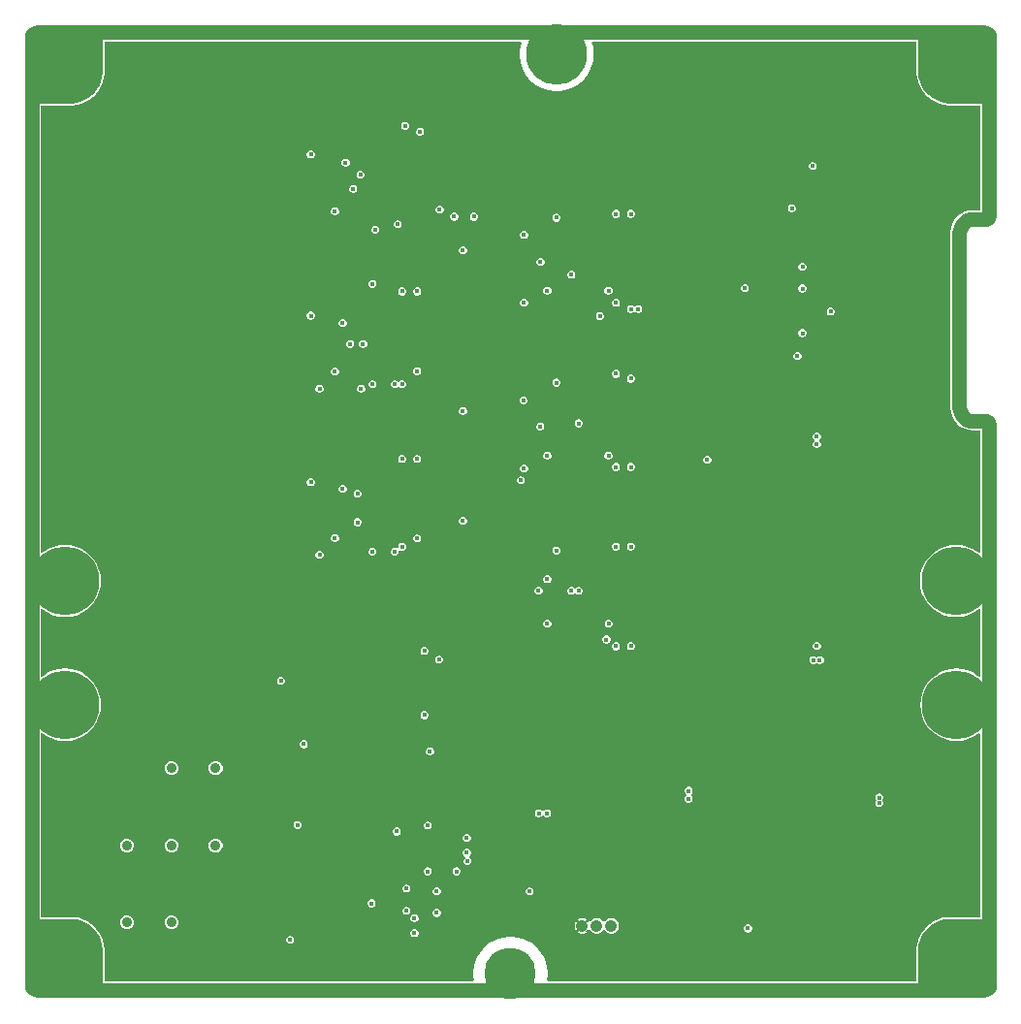
<source format=gbr>
G04*
G04 #@! TF.GenerationSoftware,Altium Limited,Altium Designer,24.1.2 (44)*
G04*
G04 Layer_Physical_Order=2*
G04 Layer_Color=36540*
%FSLAX44Y44*%
%MOMM*%
G71*
G04*
G04 #@! TF.SameCoordinates,5A935687-884A-4F64-8E33-7EEF87A7B93E*
G04*
G04*
G04 #@! TF.FilePolarity,Positive*
G04*
G01*
G75*
%ADD39C,1.2700*%
%ADD72C,5.3000*%
%ADD73C,4.5000*%
%ADD74C,0.7000*%
%ADD75C,6.0000*%
%ADD76C,0.8000*%
%ADD78C,1.0500*%
%ADD79C,0.4000*%
%ADD80C,0.9000*%
G36*
X779376Y809293D02*
X779376Y809293D01*
X779376Y807438D01*
X779419Y807335D01*
X779390Y807226D01*
X779874Y803549D01*
X779930Y803452D01*
X779916Y803341D01*
X780876Y799759D01*
X780944Y799669D01*
Y799557D01*
X782363Y796131D01*
X782443Y796052D01*
X782457Y795940D01*
X784312Y792729D01*
X784400Y792660D01*
X784430Y792552D01*
X786687Y789610D01*
X786785Y789554D01*
X786827Y789450D01*
X789450Y786827D01*
X789554Y786785D01*
X789610Y786687D01*
X792552Y784430D01*
X792660Y784401D01*
X792729Y784312D01*
X795940Y782457D01*
X796052Y782443D01*
X796131Y782363D01*
X799557Y780944D01*
X799669D01*
X799759Y780876D01*
X803341Y779916D01*
X803452Y779930D01*
X803549Y779874D01*
X807226Y779390D01*
X807335Y779419D01*
X807438Y779376D01*
X809293Y779376D01*
X835232Y779376D01*
Y766646D01*
Y756646D01*
Y746646D01*
Y736646D01*
Y726646D01*
Y716646D01*
Y706646D01*
Y696646D01*
Y687825D01*
X828860D01*
X828860Y687853D01*
X824998Y687472D01*
X821285Y686346D01*
X817862Y684517D01*
X814863Y682055D01*
X812401Y679055D01*
X810572Y675633D01*
X809445Y671919D01*
X809065Y668057D01*
X809092D01*
Y653163D01*
Y643163D01*
Y633163D01*
Y623163D01*
Y613163D01*
Y603163D01*
Y593163D01*
Y583163D01*
Y573163D01*
Y563163D01*
Y553163D01*
Y543163D01*
Y533163D01*
Y523163D01*
Y515497D01*
X809065D01*
X809445Y511635D01*
X810572Y507922D01*
X812401Y504499D01*
X814863Y501500D01*
X817862Y499038D01*
X821285Y497209D01*
X824998Y496082D01*
X828860Y495702D01*
X828860Y495729D01*
X835232D01*
Y491390D01*
Y481390D01*
Y471390D01*
Y461390D01*
Y451390D01*
Y441390D01*
Y431390D01*
Y421390D01*
Y411390D01*
Y401390D01*
Y388808D01*
X834079Y388276D01*
X832572Y389563D01*
X828345Y392154D01*
X823764Y394051D01*
X818943Y395208D01*
X814000Y395597D01*
X809057Y395208D01*
X804236Y394051D01*
X799655Y392154D01*
X795427Y389563D01*
X791657Y386343D01*
X788437Y382573D01*
X785846Y378345D01*
X783949Y373764D01*
X782792Y368943D01*
X782403Y364000D01*
X782792Y359057D01*
X783949Y354236D01*
X785846Y349655D01*
X788437Y345428D01*
X791657Y341657D01*
X795427Y338437D01*
X799655Y335846D01*
X804236Y333949D01*
X809057Y332792D01*
X814000Y332403D01*
X818943Y332792D01*
X823764Y333949D01*
X828345Y335846D01*
X832572Y338437D01*
X834079Y339724D01*
X835232Y339192D01*
Y331390D01*
Y321390D01*
Y311391D01*
Y301391D01*
Y291391D01*
Y281215D01*
X834079Y280683D01*
X833049Y281563D01*
X828822Y284153D01*
X824241Y286051D01*
X819420Y287208D01*
X814477Y287597D01*
X809534Y287208D01*
X804713Y286051D01*
X800132Y284153D01*
X795904Y281563D01*
X792134Y278343D01*
X788914Y274573D01*
X786323Y270345D01*
X784426Y265764D01*
X783269Y260943D01*
X782879Y256000D01*
X783269Y251057D01*
X784426Y246236D01*
X786323Y241655D01*
X788914Y237428D01*
X792134Y233657D01*
X795904Y230437D01*
X800132Y227847D01*
X804713Y225949D01*
X809534Y224792D01*
X814477Y224403D01*
X819420Y224792D01*
X824241Y225949D01*
X828822Y227847D01*
X833049Y230437D01*
X833962Y231217D01*
X835232Y230631D01*
Y221391D01*
Y211391D01*
Y201391D01*
Y191391D01*
Y181391D01*
Y171391D01*
Y161391D01*
Y151391D01*
Y141391D01*
Y131391D01*
Y121391D01*
Y111391D01*
Y101391D01*
Y91391D01*
Y81391D01*
Y70624D01*
X809293Y70624D01*
X807438Y70624D01*
X807335Y70581D01*
X807226Y70610D01*
X803549Y70126D01*
X803452Y70069D01*
X803341Y70084D01*
X799759Y69124D01*
X799669Y69056D01*
X799557D01*
X796131Y67637D01*
X796052Y67557D01*
X795940Y67543D01*
X792729Y65688D01*
X792660Y65599D01*
X792552Y65570D01*
X789610Y63313D01*
X789554Y63215D01*
X789450Y63173D01*
X786827Y60550D01*
X786785Y60447D01*
X786687Y60390D01*
X784430Y57448D01*
X784400Y57340D01*
X784312Y57271D01*
X782457Y54060D01*
X782443Y53948D01*
X782363Y53869D01*
X780944Y50443D01*
Y50331D01*
X780876Y50241D01*
X779916Y46659D01*
X779930Y46548D01*
X779874Y46451D01*
X779390Y42774D01*
X779419Y42665D01*
X779376Y42562D01*
X779376Y40707D01*
X779376Y40707D01*
Y14768D01*
X457755D01*
X456918Y15723D01*
X457333Y18881D01*
Y23119D01*
X456780Y27322D01*
X455683Y31416D01*
X454061Y35331D01*
X451942Y39002D01*
X449362Y42365D01*
X446365Y45362D01*
X443002Y47942D01*
X439331Y50061D01*
X435416Y51683D01*
X431321Y52780D01*
X427119Y53334D01*
X422881D01*
X418679Y52780D01*
X414584Y51683D01*
X410668Y50061D01*
X406998Y47942D01*
X403635Y45362D01*
X400638Y42365D01*
X398058Y39002D01*
X395939Y35331D01*
X394317Y31416D01*
X393220Y27322D01*
X392666Y23119D01*
Y18881D01*
X393082Y15723D01*
X392245Y14768D01*
X70624D01*
Y40707D01*
X70624Y40708D01*
X70624Y42562D01*
X70581Y42665D01*
X70610Y42774D01*
X70126Y46451D01*
X70069Y46548D01*
X70084Y46659D01*
X69124Y50241D01*
X69056Y50331D01*
Y50443D01*
X67637Y53869D01*
X67557Y53948D01*
X67543Y54060D01*
X65688Y57271D01*
X65599Y57340D01*
X65570Y57448D01*
X63313Y60390D01*
X63215Y60447D01*
X63173Y60550D01*
X60550Y63173D01*
X60447Y63215D01*
X60390Y63313D01*
X57448Y65570D01*
X57340Y65599D01*
X57271Y65688D01*
X54060Y67543D01*
X53948Y67557D01*
X53869Y67637D01*
X50443Y69056D01*
X50331D01*
X50241Y69124D01*
X46659Y70084D01*
X46548Y70069D01*
X46451Y70126D01*
X42774Y70610D01*
X42665Y70581D01*
X42562Y70624D01*
X40707Y70624D01*
X14768Y70624D01*
Y82095D01*
Y92094D01*
Y102094D01*
Y112094D01*
Y122094D01*
Y132094D01*
Y142094D01*
Y152094D01*
Y162094D01*
Y172094D01*
Y182094D01*
Y192094D01*
Y202094D01*
Y212094D01*
Y222094D01*
Y231039D01*
X16038Y231624D01*
X17428Y230437D01*
X21655Y227847D01*
X26236Y225949D01*
X31057Y224792D01*
X36000Y224403D01*
X40943Y224792D01*
X45764Y225949D01*
X50345Y227847D01*
X54573Y230437D01*
X58343Y233657D01*
X61563Y237428D01*
X64153Y241655D01*
X66051Y246236D01*
X67208Y251057D01*
X67597Y256000D01*
X67208Y260943D01*
X66051Y265764D01*
X64153Y270345D01*
X61563Y274573D01*
X58343Y278343D01*
X54573Y281563D01*
X50345Y284153D01*
X45764Y286051D01*
X40943Y287208D01*
X36000Y287597D01*
X31057Y287208D01*
X26236Y286051D01*
X21655Y284153D01*
X17428Y281563D01*
X15921Y280276D01*
X14768Y280808D01*
Y292094D01*
Y302094D01*
Y312094D01*
Y322094D01*
Y332094D01*
Y339192D01*
X15921Y339724D01*
X17428Y338437D01*
X21655Y335846D01*
X26236Y333949D01*
X31057Y332792D01*
X36000Y332403D01*
X40943Y332792D01*
X45764Y333949D01*
X50345Y335846D01*
X54573Y338437D01*
X58343Y341657D01*
X61563Y345428D01*
X64153Y349655D01*
X66051Y354236D01*
X67208Y359057D01*
X67597Y364000D01*
X67208Y368943D01*
X66051Y373764D01*
X64153Y378345D01*
X61563Y382573D01*
X58343Y386343D01*
X54573Y389563D01*
X50345Y392154D01*
X45764Y394051D01*
X40943Y395208D01*
X36000Y395597D01*
X31057Y395208D01*
X26236Y394051D01*
X21655Y392154D01*
X17428Y389563D01*
X15921Y388276D01*
X14768Y388808D01*
Y402094D01*
Y412094D01*
Y422094D01*
Y432094D01*
Y442094D01*
Y452094D01*
Y462094D01*
Y472094D01*
Y482094D01*
Y492094D01*
Y502094D01*
Y512094D01*
Y522094D01*
Y532094D01*
Y542094D01*
Y552094D01*
Y562094D01*
Y572094D01*
Y582094D01*
Y592094D01*
Y602094D01*
Y612094D01*
Y622094D01*
Y632094D01*
Y642093D01*
Y652093D01*
Y662093D01*
Y672093D01*
Y682093D01*
Y692093D01*
Y702093D01*
Y712093D01*
Y722093D01*
Y732093D01*
Y742093D01*
Y752093D01*
Y762093D01*
Y772093D01*
Y779376D01*
X40707Y779376D01*
X42562Y779376D01*
X42665Y779419D01*
X42774Y779390D01*
X46451Y779874D01*
X46548Y779930D01*
X46659Y779916D01*
X50241Y780876D01*
X50331Y780944D01*
X50443D01*
X53869Y782363D01*
X53948Y782443D01*
X54060Y782457D01*
X57271Y784312D01*
X57340Y784401D01*
X57448Y784430D01*
X60390Y786687D01*
X60447Y786785D01*
X60550Y786827D01*
X63173Y789450D01*
X63215Y789554D01*
X63313Y789610D01*
X65570Y792552D01*
X65599Y792660D01*
X65688Y792729D01*
X67543Y795940D01*
X67557Y796052D01*
X67637Y796131D01*
X69056Y799557D01*
Y799669D01*
X69124Y799759D01*
X70084Y803341D01*
X70069Y803452D01*
X70126Y803549D01*
X70610Y807226D01*
X70581Y807335D01*
X70624Y807438D01*
X70624Y809292D01*
X70624Y809293D01*
Y835232D01*
X433764D01*
X434495Y833962D01*
X433520Y830322D01*
X432966Y826119D01*
Y821881D01*
X433520Y817679D01*
X434617Y813584D01*
X436239Y809669D01*
X438358Y805998D01*
X440938Y802635D01*
X443935Y799638D01*
X447298Y797058D01*
X450969Y794939D01*
X454884Y793317D01*
X458979Y792220D01*
X463181Y791666D01*
X467419D01*
X471622Y792220D01*
X475716Y793317D01*
X479632Y794939D01*
X483302Y797058D01*
X486665Y799638D01*
X489662Y802635D01*
X492242Y805998D01*
X494361Y809669D01*
X495983Y813584D01*
X497080Y817679D01*
X497634Y821881D01*
Y826119D01*
X497080Y830322D01*
X496105Y833962D01*
X496836Y835232D01*
X779376D01*
Y809293D01*
D02*
G37*
G36*
X843526Y781000D02*
X809293Y781000D01*
X807438Y781000D01*
X803761Y781484D01*
X800179Y782444D01*
X796752Y783863D01*
X793540Y785718D01*
X790598Y787975D01*
X787975Y790598D01*
X785718Y793540D01*
X783863Y796752D01*
X782444Y800179D01*
X781484Y803761D01*
X781000Y807438D01*
X781000Y809293D01*
X781000D01*
Y843526D01*
X843526D01*
Y781000D01*
D02*
G37*
G36*
X69000Y809293D02*
X69000D01*
X69000Y807438D01*
X68516Y803761D01*
X67556Y800179D01*
X66137Y796752D01*
X64282Y793540D01*
X62024Y790598D01*
X59402Y787975D01*
X56460Y785718D01*
X53248Y783863D01*
X49821Y782444D01*
X46239Y781484D01*
X42562Y781000D01*
X40707Y781000D01*
X6474Y781000D01*
Y843526D01*
X69000D01*
Y809293D01*
D02*
G37*
G36*
X843526Y6474D02*
X781000D01*
Y40707D01*
X781000Y40707D01*
X781000Y40707D01*
X781000Y42562D01*
X781484Y46239D01*
X782444Y49821D01*
X783863Y53248D01*
X785718Y56460D01*
X787975Y59402D01*
X790598Y62024D01*
X793540Y64282D01*
X796752Y66137D01*
X800179Y67556D01*
X803761Y68516D01*
X807438Y69000D01*
X809293Y69000D01*
X843526Y69000D01*
Y6474D01*
D02*
G37*
G36*
X40707Y69000D02*
X42562Y69000D01*
X46239Y68516D01*
X49821Y67556D01*
X53248Y66137D01*
X56460Y64282D01*
X59402Y62024D01*
X62024Y59402D01*
X64282Y56460D01*
X66137Y53248D01*
X67556Y49821D01*
X68516Y46239D01*
X69000Y42562D01*
X69000Y40707D01*
X69000D01*
X69000Y40707D01*
Y6474D01*
X6474D01*
Y69000D01*
X40707Y69000D01*
D02*
G37*
%LPC*%
G36*
X333714Y764918D02*
X332322D01*
X331035Y764385D01*
X330051Y763401D01*
X329518Y762114D01*
Y760722D01*
X330051Y759436D01*
X331035Y758451D01*
X332322Y757918D01*
X333714D01*
X335000Y758451D01*
X335985Y759436D01*
X336518Y760722D01*
Y762114D01*
X335985Y763401D01*
X335000Y764385D01*
X333714Y764918D01*
D02*
G37*
G36*
X346706Y759685D02*
X345314D01*
X344027Y759152D01*
X343043Y758167D01*
X342510Y756881D01*
Y755488D01*
X343043Y754202D01*
X344027Y753217D01*
X345314Y752684D01*
X346706D01*
X347993Y753217D01*
X348977Y754202D01*
X349510Y755488D01*
Y756881D01*
X348977Y758167D01*
X347993Y759152D01*
X346706Y759685D01*
D02*
G37*
G36*
X251365Y740008D02*
X249972D01*
X248686Y739475D01*
X247701Y738491D01*
X247169Y737204D01*
Y735812D01*
X247701Y734526D01*
X248686Y733541D01*
X249972Y733008D01*
X251365D01*
X252651Y733541D01*
X253636Y734526D01*
X254169Y735812D01*
Y737204D01*
X253636Y738491D01*
X252651Y739475D01*
X251365Y740008D01*
D02*
G37*
G36*
X281706Y732741D02*
X280314D01*
X279027Y732208D01*
X278043Y731223D01*
X277510Y729937D01*
Y728544D01*
X278043Y727258D01*
X279027Y726273D01*
X280314Y725741D01*
X281706D01*
X282993Y726273D01*
X283977Y727258D01*
X284510Y728544D01*
Y729937D01*
X283977Y731223D01*
X282993Y732208D01*
X281706Y732741D01*
D02*
G37*
G36*
X689570Y729940D02*
X688178D01*
X686891Y729407D01*
X685907Y728423D01*
X685374Y727136D01*
Y725744D01*
X685907Y724457D01*
X686891Y723473D01*
X688178Y722940D01*
X689570D01*
X690857Y723473D01*
X691841Y724457D01*
X692374Y725744D01*
Y727136D01*
X691841Y728423D01*
X690857Y729407D01*
X689570Y729940D01*
D02*
G37*
G36*
X294706Y722320D02*
X293314D01*
X292027Y721787D01*
X291043Y720803D01*
X290510Y719516D01*
Y718124D01*
X291043Y716837D01*
X292027Y715853D01*
X293314Y715320D01*
X294706D01*
X295993Y715853D01*
X296977Y716837D01*
X297510Y718124D01*
Y719516D01*
X296977Y720803D01*
X295993Y721787D01*
X294706Y722320D01*
D02*
G37*
G36*
X288436Y709722D02*
X287044D01*
X285757Y709190D01*
X284773Y708205D01*
X284240Y706919D01*
Y705526D01*
X284773Y704240D01*
X285757Y703255D01*
X287044Y702722D01*
X288436D01*
X289722Y703255D01*
X290707Y704240D01*
X291240Y705526D01*
Y706919D01*
X290707Y708205D01*
X289722Y709190D01*
X288436Y709722D01*
D02*
G37*
G36*
X671412Y692745D02*
X670019D01*
X668733Y692212D01*
X667748Y691227D01*
X667215Y689941D01*
Y688548D01*
X667748Y687262D01*
X668733Y686277D01*
X670019Y685745D01*
X671412D01*
X672698Y686277D01*
X673682Y687262D01*
X674215Y688548D01*
Y689941D01*
X673682Y691227D01*
X672698Y692212D01*
X671412Y692745D01*
D02*
G37*
G36*
X363916Y691840D02*
X362524D01*
X361237Y691307D01*
X360253Y690323D01*
X359720Y689036D01*
Y687644D01*
X360253Y686357D01*
X361237Y685373D01*
X362524Y684840D01*
X363916D01*
X365203Y685373D01*
X366187Y686357D01*
X366720Y687644D01*
Y689036D01*
X366187Y690323D01*
X365203Y691307D01*
X363916Y691840D01*
D02*
G37*
G36*
X272476Y690306D02*
X271084D01*
X269797Y689773D01*
X268813Y688789D01*
X268280Y687502D01*
Y686110D01*
X268813Y684823D01*
X269797Y683839D01*
X271084Y683306D01*
X272476D01*
X273763Y683839D01*
X274747Y684823D01*
X275280Y686110D01*
Y687502D01*
X274747Y688789D01*
X273763Y689773D01*
X272476Y690306D01*
D02*
G37*
G36*
X530846Y687992D02*
X529454D01*
X528167Y687459D01*
X527183Y686475D01*
X526650Y685188D01*
Y683796D01*
X527183Y682509D01*
X528167Y681525D01*
X529454Y680992D01*
X530846D01*
X532133Y681525D01*
X533117Y682509D01*
X533650Y683796D01*
Y685188D01*
X533117Y686475D01*
X532133Y687459D01*
X530846Y687992D01*
D02*
G37*
G36*
X517846D02*
X516454D01*
X515167Y687459D01*
X514183Y686475D01*
X513650Y685188D01*
Y683796D01*
X514183Y682509D01*
X515167Y681525D01*
X516454Y680992D01*
X517846D01*
X519133Y681525D01*
X520117Y682509D01*
X520650Y683796D01*
Y685188D01*
X520117Y686475D01*
X519133Y687459D01*
X517846Y687992D01*
D02*
G37*
G36*
X393750Y685593D02*
X392358D01*
X391072Y685061D01*
X390087Y684076D01*
X389554Y682790D01*
Y681397D01*
X390087Y680111D01*
X391072Y679126D01*
X392358Y678593D01*
X393750D01*
X395037Y679126D01*
X396021Y680111D01*
X396554Y681397D01*
Y682790D01*
X396021Y684076D01*
X395037Y685061D01*
X393750Y685593D01*
D02*
G37*
G36*
X376616D02*
X375224D01*
X373937Y685061D01*
X372953Y684076D01*
X372420Y682790D01*
Y681397D01*
X372953Y680111D01*
X373937Y679126D01*
X375224Y678593D01*
X376616D01*
X377903Y679126D01*
X378887Y680111D01*
X379420Y681397D01*
Y682790D01*
X378887Y684076D01*
X377903Y685061D01*
X376616Y685593D01*
D02*
G37*
G36*
X465846Y684739D02*
X464454D01*
X463167Y684207D01*
X462183Y683222D01*
X461650Y681936D01*
Y680543D01*
X462183Y679257D01*
X463167Y678272D01*
X464454Y677739D01*
X465846D01*
X467133Y678272D01*
X468117Y679257D01*
X468650Y680543D01*
Y681936D01*
X468117Y683222D01*
X467133Y684207D01*
X465846Y684739D01*
D02*
G37*
G36*
X327206Y679140D02*
X325814D01*
X324527Y678607D01*
X323543Y677623D01*
X323010Y676336D01*
Y674944D01*
X323543Y673657D01*
X324527Y672673D01*
X325814Y672140D01*
X327206D01*
X328493Y672673D01*
X329477Y673657D01*
X330010Y674944D01*
Y676336D01*
X329477Y677623D01*
X328493Y678607D01*
X327206Y679140D01*
D02*
G37*
G36*
X307706Y674245D02*
X306314D01*
X305027Y673712D01*
X304043Y672728D01*
X303510Y671441D01*
Y670049D01*
X304043Y668762D01*
X305027Y667778D01*
X306314Y667245D01*
X307706D01*
X308993Y667778D01*
X309977Y668762D01*
X310510Y670049D01*
Y671441D01*
X309977Y672728D01*
X308993Y673712D01*
X307706Y674245D01*
D02*
G37*
G36*
X437576Y669739D02*
X436184D01*
X434897Y669206D01*
X433913Y668222D01*
X433380Y666936D01*
Y665543D01*
X433913Y664257D01*
X434897Y663272D01*
X436184Y662739D01*
X437576D01*
X438863Y663272D01*
X439847Y664257D01*
X440380Y665543D01*
Y666936D01*
X439847Y668222D01*
X438863Y669206D01*
X437576Y669739D01*
D02*
G37*
G36*
X384236Y656208D02*
X382844D01*
X381557Y655676D01*
X380573Y654691D01*
X380040Y653405D01*
Y652012D01*
X380573Y650726D01*
X381557Y649741D01*
X382844Y649209D01*
X384236D01*
X385523Y649741D01*
X386507Y650726D01*
X387040Y652012D01*
Y653405D01*
X386507Y654691D01*
X385523Y655676D01*
X384236Y656208D01*
D02*
G37*
G36*
X451971Y646113D02*
X450579D01*
X449293Y645580D01*
X448308Y644595D01*
X447775Y643309D01*
Y641917D01*
X448308Y640630D01*
X449293Y639646D01*
X450579Y639113D01*
X451971D01*
X453258Y639646D01*
X454242Y640630D01*
X454775Y641917D01*
Y643309D01*
X454242Y644595D01*
X453258Y645580D01*
X451971Y646113D01*
D02*
G37*
G36*
X680680Y641820D02*
X679288D01*
X678001Y641287D01*
X677017Y640302D01*
X676484Y639016D01*
Y637623D01*
X677017Y636337D01*
X678001Y635352D01*
X679288Y634820D01*
X680680D01*
X681967Y635352D01*
X682951Y636337D01*
X683484Y637623D01*
Y639016D01*
X682951Y640302D01*
X681967Y641287D01*
X680680Y641820D01*
D02*
G37*
G36*
X478846Y634878D02*
X477454D01*
X476167Y634345D01*
X475183Y633360D01*
X474650Y632074D01*
Y630681D01*
X475183Y629395D01*
X476167Y628410D01*
X477454Y627878D01*
X478846D01*
X480132Y628410D01*
X481117Y629395D01*
X481650Y630681D01*
Y632074D01*
X481117Y633360D01*
X480132Y634345D01*
X478846Y634878D01*
D02*
G37*
G36*
X305208Y626839D02*
X303816D01*
X302529Y626306D01*
X301545Y625322D01*
X301012Y624035D01*
Y622643D01*
X301545Y621356D01*
X302529Y620372D01*
X303816Y619839D01*
X305208D01*
X306495Y620372D01*
X307479Y621356D01*
X308012Y622643D01*
Y624035D01*
X307479Y625322D01*
X306495Y626306D01*
X305208Y626839D01*
D02*
G37*
G36*
X630494Y623260D02*
X629102D01*
X627815Y622727D01*
X626831Y621743D01*
X626298Y620456D01*
Y619064D01*
X626831Y617777D01*
X627815Y616793D01*
X629102Y616260D01*
X630494D01*
X631781Y616793D01*
X632765Y617777D01*
X633298Y619064D01*
Y620456D01*
X632765Y621743D01*
X631781Y622727D01*
X630494Y623260D01*
D02*
G37*
G36*
X680680Y622820D02*
X679288D01*
X678001Y622287D01*
X677017Y621302D01*
X676484Y620016D01*
Y618623D01*
X677017Y617337D01*
X678001Y616352D01*
X679288Y615820D01*
X680680D01*
X681967Y616352D01*
X682951Y617337D01*
X683484Y618623D01*
Y620016D01*
X682951Y621302D01*
X681967Y622287D01*
X680680Y622820D01*
D02*
G37*
G36*
X511346Y620923D02*
X509954D01*
X508667Y620390D01*
X507683Y619406D01*
X507150Y618119D01*
Y616727D01*
X507683Y615440D01*
X508667Y614456D01*
X509954Y613923D01*
X511346D01*
X512633Y614456D01*
X513617Y615440D01*
X514150Y616727D01*
Y618119D01*
X513617Y619406D01*
X512633Y620390D01*
X511346Y620923D01*
D02*
G37*
G36*
X457896D02*
X456504D01*
X455217Y620390D01*
X454233Y619406D01*
X453700Y618119D01*
Y616727D01*
X454233Y615440D01*
X455217Y614456D01*
X456504Y613923D01*
X457896D01*
X459183Y614456D01*
X460167Y615440D01*
X460700Y616727D01*
Y618119D01*
X460167Y619406D01*
X459183Y620390D01*
X457896Y620923D01*
D02*
G37*
G36*
X344166Y620381D02*
X342774D01*
X341487Y619848D01*
X340503Y618864D01*
X339970Y617577D01*
Y616185D01*
X340503Y614898D01*
X341487Y613914D01*
X342774Y613381D01*
X344166D01*
X345453Y613914D01*
X346437Y614898D01*
X346970Y616185D01*
Y617577D01*
X346437Y618864D01*
X345453Y619848D01*
X344166Y620381D01*
D02*
G37*
G36*
X331166D02*
X329774D01*
X328487Y619848D01*
X327503Y618864D01*
X326970Y617577D01*
Y616185D01*
X327503Y614898D01*
X328487Y613914D01*
X329774Y613381D01*
X331166D01*
X332453Y613914D01*
X333437Y614898D01*
X333970Y616185D01*
Y617577D01*
X333437Y618864D01*
X332453Y619848D01*
X331166Y620381D01*
D02*
G37*
G36*
X437576Y610555D02*
X436184D01*
X434897Y610023D01*
X433913Y609038D01*
X433380Y607752D01*
Y606359D01*
X433913Y605073D01*
X434897Y604088D01*
X436184Y603555D01*
X437576D01*
X438863Y604088D01*
X439847Y605073D01*
X440380Y606359D01*
Y607752D01*
X439847Y609038D01*
X438863Y610023D01*
X437576Y610555D01*
D02*
G37*
G36*
X537346Y604823D02*
X535954D01*
X534667Y604290D01*
X534230Y603852D01*
X533400Y603444D01*
X532570Y603852D01*
X532132Y604290D01*
X530846Y604823D01*
X529454D01*
X528167Y604290D01*
X527183Y603305D01*
X526650Y602019D01*
Y600626D01*
X527183Y599340D01*
X528167Y598355D01*
X529454Y597823D01*
X530846D01*
X532132Y598355D01*
X532570Y598793D01*
X533400Y599201D01*
X534230Y598793D01*
X534667Y598355D01*
X535954Y597823D01*
X537346D01*
X538633Y598355D01*
X539617Y599340D01*
X540150Y600626D01*
Y602019D01*
X539617Y603305D01*
X538633Y604290D01*
X537346Y604823D01*
D02*
G37*
G36*
X517846Y610437D02*
X516454D01*
X515167Y609904D01*
X514183Y608919D01*
X513650Y607633D01*
Y606241D01*
X514183Y604954D01*
X515167Y603970D01*
X516454Y603437D01*
X517846D01*
X519132Y603970D01*
X520117Y604954D01*
X520650Y606241D01*
Y607633D01*
X520117Y608919D01*
X519132Y609904D01*
X517846Y610437D01*
D02*
G37*
G36*
X705295Y602856D02*
X703903D01*
X702616Y602323D01*
X701631Y601339D01*
X701099Y600052D01*
Y598660D01*
X701631Y597374D01*
X702616Y596389D01*
X703903Y595856D01*
X705295D01*
X706581Y596389D01*
X707566Y597374D01*
X708099Y598660D01*
Y600052D01*
X707566Y601339D01*
X706581Y602323D01*
X705295Y602856D01*
D02*
G37*
G36*
X251365Y599183D02*
X249972D01*
X248686Y598650D01*
X247701Y597666D01*
X247169Y596380D01*
Y594987D01*
X247701Y593701D01*
X248686Y592716D01*
X249972Y592183D01*
X251365D01*
X252651Y592716D01*
X253636Y593701D01*
X254169Y594987D01*
Y596380D01*
X253636Y597666D01*
X252651Y598650D01*
X251365Y599183D01*
D02*
G37*
G36*
X503880Y598758D02*
X502488D01*
X501201Y598225D01*
X500217Y597240D01*
X499684Y595954D01*
Y594561D01*
X500217Y593275D01*
X501201Y592290D01*
X502488Y591758D01*
X503880D01*
X505167Y592290D01*
X506151Y593275D01*
X506684Y594561D01*
Y595954D01*
X506151Y597240D01*
X505167Y598225D01*
X503880Y598758D01*
D02*
G37*
G36*
X279166Y592801D02*
X277774D01*
X276487Y592268D01*
X275503Y591283D01*
X274970Y589997D01*
Y588605D01*
X275503Y587318D01*
X276487Y586334D01*
X277774Y585801D01*
X279166D01*
X280453Y586334D01*
X281437Y587318D01*
X281970Y588605D01*
Y589997D01*
X281437Y591283D01*
X280453Y592268D01*
X279166Y592801D01*
D02*
G37*
G36*
X680680Y583928D02*
X679288D01*
X678001Y583395D01*
X677017Y582410D01*
X676484Y581124D01*
Y579732D01*
X677017Y578445D01*
X678001Y577461D01*
X679288Y576928D01*
X680680D01*
X681967Y577461D01*
X682951Y578445D01*
X683484Y579732D01*
Y581124D01*
X682951Y582410D01*
X681967Y583395D01*
X680680Y583928D01*
D02*
G37*
G36*
X297034Y574472D02*
X295642D01*
X294356Y573939D01*
X293371Y572955D01*
X292838Y571668D01*
Y570276D01*
X293371Y568989D01*
X294356Y568005D01*
X295642Y567472D01*
X297034D01*
X298321Y568005D01*
X299305Y568989D01*
X299838Y570276D01*
Y571668D01*
X299305Y572955D01*
X298321Y573939D01*
X297034Y574472D01*
D02*
G37*
G36*
X285666D02*
X284274D01*
X282987Y573939D01*
X282003Y572955D01*
X281470Y571668D01*
Y570276D01*
X282003Y568989D01*
X282987Y568005D01*
X284274Y567472D01*
X285666D01*
X286953Y568005D01*
X287937Y568989D01*
X288470Y570276D01*
Y571668D01*
X287937Y572955D01*
X286953Y573939D01*
X285666Y574472D01*
D02*
G37*
G36*
X676336Y564036D02*
X674944D01*
X673657Y563503D01*
X672673Y562519D01*
X672140Y561232D01*
Y559840D01*
X672673Y558553D01*
X673657Y557569D01*
X674944Y557036D01*
X676336D01*
X677623Y557569D01*
X678607Y558553D01*
X679140Y559840D01*
Y561232D01*
X678607Y562519D01*
X677623Y563503D01*
X676336Y564036D01*
D02*
G37*
G36*
X344237Y550642D02*
X342844D01*
X341558Y550109D01*
X340573Y549125D01*
X340041Y547839D01*
Y546446D01*
X340573Y545160D01*
X341558Y544175D01*
X342844Y543642D01*
X344237D01*
X345523Y544175D01*
X346508Y545160D01*
X347040Y546446D01*
Y547839D01*
X346508Y549125D01*
X345523Y550109D01*
X344237Y550642D01*
D02*
G37*
G36*
X272476Y550367D02*
X271084D01*
X269797Y549834D01*
X268813Y548849D01*
X268280Y547563D01*
Y546171D01*
X268813Y544884D01*
X269797Y543900D01*
X271084Y543367D01*
X272476D01*
X273763Y543900D01*
X274747Y544884D01*
X275280Y546171D01*
Y547563D01*
X274747Y548849D01*
X273763Y549834D01*
X272476Y550367D01*
D02*
G37*
G36*
X517846Y548410D02*
X516454D01*
X515167Y547877D01*
X514183Y546893D01*
X513650Y545606D01*
Y544214D01*
X514183Y542928D01*
X515167Y541943D01*
X516454Y541410D01*
X517846D01*
X519133Y541943D01*
X520117Y542928D01*
X520650Y544214D01*
Y545606D01*
X520117Y546893D01*
X519133Y547877D01*
X517846Y548410D01*
D02*
G37*
G36*
X331166Y539440D02*
X329774D01*
X328487Y538907D01*
X328050Y538469D01*
X327220Y538062D01*
X326390Y538469D01*
X325953Y538907D01*
X324666Y539440D01*
X323274D01*
X321987Y538907D01*
X321003Y537923D01*
X320470Y536636D01*
Y535244D01*
X321003Y533957D01*
X321987Y532973D01*
X323274Y532440D01*
X324666D01*
X325953Y532973D01*
X326390Y533411D01*
X327220Y533818D01*
X328050Y533411D01*
X328487Y532973D01*
X329774Y532440D01*
X331166D01*
X332453Y532973D01*
X333437Y533957D01*
X333970Y535244D01*
Y536636D01*
X333437Y537923D01*
X332453Y538907D01*
X331166Y539440D01*
D02*
G37*
G36*
X530846Y544181D02*
X529454D01*
X528167Y543648D01*
X527183Y542664D01*
X526650Y541377D01*
Y539985D01*
X527183Y538698D01*
X528167Y537714D01*
X529454Y537181D01*
X530846D01*
X532133Y537714D01*
X533117Y538698D01*
X533650Y539985D01*
Y541377D01*
X533117Y542664D01*
X532133Y543648D01*
X530846Y544181D01*
D02*
G37*
G36*
X465846Y540739D02*
X464454D01*
X463167Y540206D01*
X462183Y539222D01*
X461650Y537936D01*
Y536543D01*
X462183Y535257D01*
X463167Y534272D01*
X464454Y533739D01*
X465846D01*
X467133Y534272D01*
X468117Y535257D01*
X468650Y536543D01*
Y537936D01*
X468117Y539222D01*
X467133Y540206D01*
X465846Y540739D01*
D02*
G37*
G36*
X305166Y539440D02*
X303774D01*
X302487Y538907D01*
X301503Y537923D01*
X300970Y536636D01*
Y535244D01*
X301503Y533957D01*
X302487Y532973D01*
X303774Y532440D01*
X305166D01*
X306453Y532973D01*
X307437Y533957D01*
X307970Y535244D01*
Y536636D01*
X307437Y537923D01*
X306453Y538907D01*
X305166Y539440D01*
D02*
G37*
G36*
X295336Y535381D02*
X293944D01*
X292657Y534848D01*
X291673Y533863D01*
X291140Y532577D01*
Y531185D01*
X291673Y529898D01*
X292657Y528914D01*
X293944Y528381D01*
X295336D01*
X296623Y528914D01*
X297607Y529898D01*
X298140Y531185D01*
Y532577D01*
X297607Y533863D01*
X296623Y534848D01*
X295336Y535381D01*
D02*
G37*
G36*
X259036D02*
X257644D01*
X256357Y534848D01*
X255373Y533863D01*
X254840Y532577D01*
Y531185D01*
X255373Y529898D01*
X256357Y528914D01*
X257644Y528381D01*
X259036D01*
X260323Y528914D01*
X261307Y529898D01*
X261840Y531185D01*
Y532577D01*
X261307Y533863D01*
X260323Y534848D01*
X259036Y535381D01*
D02*
G37*
G36*
X437046Y525209D02*
X435654D01*
X434367Y524677D01*
X433383Y523692D01*
X432850Y522406D01*
Y521013D01*
X433383Y519727D01*
X434367Y518742D01*
X435654Y518209D01*
X437046D01*
X438333Y518742D01*
X439317Y519727D01*
X439850Y521013D01*
Y522406D01*
X439317Y523692D01*
X438333Y524677D01*
X437046Y525209D01*
D02*
G37*
G36*
X384236Y515813D02*
X382844D01*
X381557Y515280D01*
X380573Y514296D01*
X380040Y513009D01*
Y511617D01*
X380573Y510330D01*
X381557Y509346D01*
X382844Y508813D01*
X384236D01*
X385523Y509346D01*
X386507Y510330D01*
X387040Y511617D01*
Y513009D01*
X386507Y514296D01*
X385523Y515280D01*
X384236Y515813D01*
D02*
G37*
G36*
X485322Y505117D02*
X483930D01*
X482643Y504584D01*
X481659Y503599D01*
X481126Y502313D01*
Y500921D01*
X481659Y499634D01*
X482643Y498650D01*
X483930Y498117D01*
X485322D01*
X486608Y498650D01*
X487593Y499634D01*
X488126Y500921D01*
Y502313D01*
X487593Y503599D01*
X486608Y504584D01*
X485322Y505117D01*
D02*
G37*
G36*
X451716Y502245D02*
X450324D01*
X449038Y501712D01*
X448053Y500727D01*
X447520Y499441D01*
Y498049D01*
X448053Y496762D01*
X449038Y495778D01*
X450324Y495245D01*
X451716D01*
X453003Y495778D01*
X453987Y496762D01*
X454520Y498049D01*
Y499441D01*
X453987Y500727D01*
X453003Y501712D01*
X451716Y502245D01*
D02*
G37*
G36*
X693180Y493720D02*
X691788D01*
X690501Y493187D01*
X689517Y492203D01*
X688984Y490916D01*
Y489524D01*
X689517Y488237D01*
X690076Y487679D01*
X690364Y486867D01*
X690076Y486055D01*
X689517Y485496D01*
X688984Y484210D01*
Y482817D01*
X689517Y481531D01*
X690501Y480546D01*
X691788Y480013D01*
X693180D01*
X694467Y480546D01*
X695451Y481531D01*
X695984Y482817D01*
Y484210D01*
X695451Y485496D01*
X694893Y486055D01*
X694604Y486867D01*
X694893Y487679D01*
X695451Y488237D01*
X695984Y489524D01*
Y490916D01*
X695451Y492203D01*
X694467Y493187D01*
X693180Y493720D01*
D02*
G37*
G36*
X511346Y476923D02*
X509954D01*
X508667Y476390D01*
X507683Y475405D01*
X507150Y474119D01*
Y472727D01*
X507683Y471440D01*
X508667Y470456D01*
X509954Y469923D01*
X511346D01*
X512633Y470456D01*
X513617Y471440D01*
X514150Y472727D01*
Y474119D01*
X513617Y475405D01*
X512633Y476390D01*
X511346Y476923D01*
D02*
G37*
G36*
X457896D02*
X456504D01*
X455217Y476390D01*
X454233Y475405D01*
X453700Y474119D01*
Y472727D01*
X454233Y471440D01*
X455217Y470456D01*
X456504Y469923D01*
X457896D01*
X459183Y470456D01*
X460167Y471440D01*
X460700Y472727D01*
Y474119D01*
X460167Y475405D01*
X459183Y476390D01*
X457896Y476923D01*
D02*
G37*
G36*
X344119Y474018D02*
X342727D01*
X341441Y473485D01*
X340456Y472500D01*
X339923Y471214D01*
Y469822D01*
X340456Y468535D01*
X341441Y467551D01*
X342727Y467018D01*
X344119D01*
X345406Y467551D01*
X346390Y468535D01*
X346923Y469822D01*
Y471214D01*
X346390Y472500D01*
X345406Y473485D01*
X344119Y474018D01*
D02*
G37*
G36*
X331070D02*
X329677D01*
X328391Y473485D01*
X327406Y472500D01*
X326874Y471214D01*
Y469822D01*
X327406Y468535D01*
X328391Y467551D01*
X329677Y467018D01*
X331070D01*
X332356Y467551D01*
X333341Y468535D01*
X333873Y469822D01*
Y471214D01*
X333341Y472500D01*
X332356Y473485D01*
X331070Y474018D01*
D02*
G37*
G36*
X597596Y473400D02*
X596204D01*
X594917Y472867D01*
X593933Y471883D01*
X593400Y470596D01*
Y469204D01*
X593933Y467917D01*
X594917Y466933D01*
X596204Y466400D01*
X597596D01*
X598883Y466933D01*
X599867Y467917D01*
X600400Y469204D01*
Y470596D01*
X599867Y471883D01*
X598883Y472867D01*
X597596Y473400D01*
D02*
G37*
G36*
X530864Y467008D02*
X529471D01*
X528185Y466475D01*
X527200Y465491D01*
X526668Y464204D01*
Y462812D01*
X527200Y461525D01*
X528185Y460541D01*
X529471Y460008D01*
X530864D01*
X532150Y460541D01*
X533135Y461525D01*
X533667Y462812D01*
Y464204D01*
X533135Y465491D01*
X532150Y466475D01*
X530864Y467008D01*
D02*
G37*
G36*
X517846D02*
X516454D01*
X515167Y466475D01*
X514183Y465491D01*
X513650Y464204D01*
Y462812D01*
X514183Y461525D01*
X515167Y460541D01*
X516454Y460008D01*
X517846D01*
X519132Y460541D01*
X520117Y461525D01*
X520650Y462812D01*
Y464204D01*
X520117Y465491D01*
X519132Y466475D01*
X517846Y467008D01*
D02*
G37*
G36*
X437576Y465709D02*
X436184D01*
X434897Y465176D01*
X433913Y464191D01*
X433380Y462905D01*
Y461512D01*
X433913Y460226D01*
X434897Y459241D01*
X436184Y458708D01*
X437576D01*
X438863Y459241D01*
X439847Y460226D01*
X440380Y461512D01*
Y462905D01*
X439847Y464191D01*
X438863Y465176D01*
X437576Y465709D01*
D02*
G37*
G36*
X434704Y455549D02*
X433312D01*
X432026Y455016D01*
X431041Y454031D01*
X430508Y452745D01*
Y451352D01*
X431041Y450066D01*
X432026Y449081D01*
X433312Y448549D01*
X434704D01*
X435991Y449081D01*
X436975Y450066D01*
X437508Y451352D01*
Y452745D01*
X436975Y454031D01*
X435991Y455016D01*
X434704Y455549D01*
D02*
G37*
G36*
X251365Y453739D02*
X249972D01*
X248686Y453206D01*
X247701Y452222D01*
X247169Y450936D01*
Y449543D01*
X247701Y448257D01*
X248686Y447272D01*
X249972Y446739D01*
X251365D01*
X252651Y447272D01*
X253636Y448257D01*
X254169Y449543D01*
Y450936D01*
X253636Y452222D01*
X252651Y453206D01*
X251365Y453739D01*
D02*
G37*
G36*
X279166Y448000D02*
X277774D01*
X276487Y447467D01*
X275503Y446483D01*
X274970Y445196D01*
Y443804D01*
X275503Y442517D01*
X276487Y441533D01*
X277774Y441000D01*
X279166D01*
X280453Y441533D01*
X281437Y442517D01*
X281970Y443804D01*
Y445196D01*
X281437Y446483D01*
X280453Y447467D01*
X279166Y448000D01*
D02*
G37*
G36*
X292166Y443785D02*
X290774D01*
X289487Y443252D01*
X288503Y442268D01*
X287970Y440981D01*
Y439589D01*
X288503Y438303D01*
X289487Y437318D01*
X290774Y436785D01*
X292166D01*
X293453Y437318D01*
X294437Y438303D01*
X294970Y439589D01*
Y440981D01*
X294437Y442268D01*
X293453Y443252D01*
X292166Y443785D01*
D02*
G37*
G36*
X384236Y419989D02*
X382844D01*
X381557Y419456D01*
X380573Y418471D01*
X380040Y417185D01*
Y415792D01*
X380573Y414506D01*
X381557Y413521D01*
X382844Y412989D01*
X384236D01*
X385523Y413521D01*
X386507Y414506D01*
X387040Y415792D01*
Y417185D01*
X386507Y418471D01*
X385523Y419456D01*
X384236Y419989D01*
D02*
G37*
G36*
X292166Y418805D02*
X290774D01*
X289487Y418272D01*
X288503Y417287D01*
X287970Y416001D01*
Y414608D01*
X288503Y413322D01*
X289487Y412337D01*
X290774Y411805D01*
X292166D01*
X293453Y412337D01*
X294437Y413322D01*
X294970Y414608D01*
Y416001D01*
X294437Y417287D01*
X293453Y418272D01*
X292166Y418805D01*
D02*
G37*
G36*
X272476Y404923D02*
X271084D01*
X269797Y404390D01*
X268813Y403405D01*
X268280Y402119D01*
Y400727D01*
X268813Y399440D01*
X269797Y398456D01*
X271084Y397923D01*
X272476D01*
X273763Y398456D01*
X274747Y399440D01*
X275280Y400727D01*
Y402119D01*
X274747Y403405D01*
X273763Y404390D01*
X272476Y404923D01*
D02*
G37*
G36*
X344131Y404784D02*
X342738D01*
X341452Y404251D01*
X340467Y403267D01*
X339934Y401980D01*
Y400588D01*
X340467Y399302D01*
X341452Y398317D01*
X342738Y397784D01*
X344131D01*
X345417Y398317D01*
X346402Y399302D01*
X346934Y400588D01*
Y401980D01*
X346402Y403267D01*
X345417Y404251D01*
X344131Y404784D01*
D02*
G37*
G36*
X331166Y397423D02*
X329774D01*
X328487Y396890D01*
X327503Y395905D01*
X326970Y394619D01*
Y393343D01*
X326466Y392924D01*
X325852Y392606D01*
X324666Y393097D01*
X323274D01*
X321987Y392565D01*
X321003Y391580D01*
X320470Y390294D01*
Y388901D01*
X321003Y387615D01*
X321987Y386630D01*
X323274Y386097D01*
X324666D01*
X325953Y386630D01*
X326937Y387615D01*
X327470Y388901D01*
Y390177D01*
X327974Y390597D01*
X328587Y390914D01*
X329774Y390423D01*
X331166D01*
X332453Y390956D01*
X333437Y391940D01*
X333970Y393227D01*
Y394619D01*
X333437Y395905D01*
X332453Y396890D01*
X331166Y397423D01*
D02*
G37*
G36*
X530846Y397531D02*
X529454D01*
X528167Y396998D01*
X527183Y396013D01*
X526650Y394727D01*
Y393335D01*
X527183Y392048D01*
X528167Y391064D01*
X529454Y390531D01*
X530846D01*
X532133Y391064D01*
X533117Y392048D01*
X533650Y393335D01*
Y394727D01*
X533117Y396013D01*
X532133Y396998D01*
X530846Y397531D01*
D02*
G37*
G36*
X517846D02*
X516454D01*
X515167Y396998D01*
X514183Y396013D01*
X513650Y394727D01*
Y393335D01*
X514183Y392048D01*
X515167Y391064D01*
X516454Y390531D01*
X517846D01*
X519133Y391064D01*
X520117Y392048D01*
X520650Y393335D01*
Y394727D01*
X520117Y396013D01*
X519133Y396998D01*
X517846Y397531D01*
D02*
G37*
G36*
X465846Y394122D02*
X464454D01*
X463167Y393590D01*
X462183Y392605D01*
X461650Y391319D01*
Y389926D01*
X462183Y388640D01*
X463167Y387655D01*
X464454Y387122D01*
X465846D01*
X467133Y387655D01*
X468117Y388640D01*
X468650Y389926D01*
Y391319D01*
X468117Y392605D01*
X467133Y393590D01*
X465846Y394122D01*
D02*
G37*
G36*
X305166Y393097D02*
X303774D01*
X302487Y392565D01*
X301503Y391580D01*
X300970Y390294D01*
Y388901D01*
X301503Y387615D01*
X302487Y386630D01*
X303774Y386097D01*
X305166D01*
X306453Y386630D01*
X307437Y387615D01*
X307970Y388901D01*
Y390294D01*
X307437Y391580D01*
X306453Y392565D01*
X305166Y393097D01*
D02*
G37*
G36*
X259036Y390460D02*
X257644D01*
X256357Y389927D01*
X255373Y388942D01*
X254840Y387656D01*
Y386263D01*
X255373Y384977D01*
X256357Y383992D01*
X257644Y383460D01*
X259036D01*
X260323Y383992D01*
X261307Y384977D01*
X261840Y386263D01*
Y387656D01*
X261307Y388942D01*
X260323Y389927D01*
X259036Y390460D01*
D02*
G37*
G36*
X457896Y369168D02*
X456504D01*
X455217Y368635D01*
X454233Y367651D01*
X453700Y366365D01*
Y364972D01*
X454233Y363686D01*
X455217Y362701D01*
X456504Y362168D01*
X457896D01*
X459183Y362701D01*
X460167Y363686D01*
X460700Y364972D01*
Y366365D01*
X460167Y367651D01*
X459183Y368635D01*
X457896Y369168D01*
D02*
G37*
G36*
X485346Y358986D02*
X483954D01*
X482667Y358453D01*
X482215Y358001D01*
X481418Y357594D01*
X480556Y358001D01*
X480132Y358424D01*
X478846Y358957D01*
X477454D01*
X476167Y358424D01*
X475183Y357440D01*
X474650Y356153D01*
Y354761D01*
X475183Y353474D01*
X476167Y352490D01*
X477454Y351957D01*
X478846D01*
X480132Y352490D01*
X480585Y352942D01*
X481381Y353350D01*
X482244Y352942D01*
X482667Y352519D01*
X483954Y351986D01*
X485346D01*
X486633Y352519D01*
X487617Y353504D01*
X488150Y354790D01*
Y356182D01*
X487617Y357469D01*
X486633Y358453D01*
X485346Y358986D01*
D02*
G37*
G36*
X450276Y359029D02*
X448884D01*
X447597Y358496D01*
X446613Y357511D01*
X446080Y356225D01*
Y354832D01*
X446613Y353546D01*
X447597Y352561D01*
X448884Y352029D01*
X450276D01*
X451563Y352561D01*
X452547Y353546D01*
X453080Y354832D01*
Y356225D01*
X452547Y357511D01*
X451563Y358496D01*
X450276Y359029D01*
D02*
G37*
G36*
X457896Y330306D02*
X456504D01*
X455217Y329773D01*
X454233Y328788D01*
X453700Y327502D01*
Y326110D01*
X454233Y324823D01*
X455217Y323839D01*
X456504Y323306D01*
X457896D01*
X459183Y323839D01*
X460167Y324823D01*
X460700Y326110D01*
Y327502D01*
X460167Y328788D01*
X459183Y329773D01*
X457896Y330306D01*
D02*
G37*
G36*
X511397Y330287D02*
X510005D01*
X508718Y329754D01*
X507734Y328770D01*
X507201Y327483D01*
Y326091D01*
X507734Y324805D01*
X508718Y323820D01*
X510005Y323287D01*
X511397D01*
X512683Y323820D01*
X513668Y324805D01*
X514201Y326091D01*
Y327483D01*
X513668Y328770D01*
X512683Y329754D01*
X511397Y330287D01*
D02*
G37*
G36*
X509451Y316375D02*
X508059D01*
X506772Y315842D01*
X505788Y314857D01*
X505255Y313571D01*
Y312178D01*
X505788Y310892D01*
X506772Y309907D01*
X508059Y309375D01*
X509451D01*
X510737Y309907D01*
X511722Y310892D01*
X512255Y312178D01*
Y313571D01*
X511722Y314857D01*
X510737Y315842D01*
X509451Y316375D01*
D02*
G37*
G36*
X693180Y310793D02*
X691788D01*
X690501Y310260D01*
X689517Y309276D01*
X688984Y307990D01*
Y306597D01*
X689517Y305311D01*
X690501Y304326D01*
X691788Y303793D01*
X693180D01*
X694467Y304326D01*
X695451Y305311D01*
X695984Y306597D01*
Y307990D01*
X695451Y309276D01*
X694467Y310260D01*
X693180Y310793D01*
D02*
G37*
G36*
X530846Y310644D02*
X529454D01*
X528167Y310111D01*
X527183Y309126D01*
X526650Y307840D01*
Y306448D01*
X527183Y305161D01*
X528167Y304177D01*
X529454Y303644D01*
X530846D01*
X532132Y304177D01*
X533117Y305161D01*
X533650Y306448D01*
Y307840D01*
X533117Y309126D01*
X532132Y310111D01*
X530846Y310644D01*
D02*
G37*
G36*
X517846Y310483D02*
X516454D01*
X515167Y309950D01*
X514183Y308965D01*
X513650Y307679D01*
Y306286D01*
X514183Y305000D01*
X515167Y304015D01*
X516454Y303482D01*
X517846D01*
X519132Y304015D01*
X520117Y305000D01*
X520650Y306286D01*
Y307679D01*
X520117Y308965D01*
X519132Y309950D01*
X517846Y310483D01*
D02*
G37*
G36*
X350666Y306376D02*
X349274D01*
X347987Y305844D01*
X347003Y304859D01*
X346470Y303573D01*
Y302180D01*
X347003Y300894D01*
X347987Y299909D01*
X349274Y299376D01*
X350666D01*
X351953Y299909D01*
X352937Y300894D01*
X353470Y302180D01*
Y303573D01*
X352937Y304859D01*
X351953Y305844D01*
X350666Y306376D01*
D02*
G37*
G36*
X695734Y298428D02*
X694342D01*
X693056Y297896D01*
X692298Y297138D01*
X691541Y297896D01*
X690255Y298428D01*
X688862D01*
X687576Y297896D01*
X686591Y296911D01*
X686059Y295625D01*
Y294232D01*
X686591Y292946D01*
X687576Y291961D01*
X688862Y291429D01*
X690255D01*
X691541Y291961D01*
X692298Y292719D01*
X693056Y291961D01*
X694342Y291429D01*
X695734D01*
X697021Y291961D01*
X698006Y292946D01*
X698538Y294232D01*
Y295625D01*
X698006Y296911D01*
X697021Y297896D01*
X695734Y298428D01*
D02*
G37*
G36*
X363452Y298909D02*
X362060D01*
X360773Y298376D01*
X359789Y297392D01*
X359256Y296105D01*
Y294713D01*
X359789Y293427D01*
X360773Y292442D01*
X362060Y291909D01*
X363452D01*
X364738Y292442D01*
X365723Y293427D01*
X366256Y294713D01*
Y296105D01*
X365723Y297392D01*
X364738Y298376D01*
X363452Y298909D01*
D02*
G37*
G36*
X225248Y280360D02*
X223855D01*
X222569Y279827D01*
X221584Y278843D01*
X221052Y277556D01*
Y276164D01*
X221584Y274877D01*
X222569Y273893D01*
X223855Y273360D01*
X225248D01*
X226534Y273893D01*
X227519Y274877D01*
X228052Y276164D01*
Y277556D01*
X227519Y278843D01*
X226534Y279827D01*
X225248Y280360D01*
D02*
G37*
G36*
X350666Y250420D02*
X349274D01*
X347987Y249887D01*
X347003Y248903D01*
X346470Y247616D01*
Y246224D01*
X347003Y244937D01*
X347987Y243953D01*
X349274Y243420D01*
X350666D01*
X351953Y243953D01*
X352937Y244937D01*
X353470Y246224D01*
Y247616D01*
X352937Y248903D01*
X351953Y249887D01*
X350666Y250420D01*
D02*
G37*
G36*
X245281Y224977D02*
X243888D01*
X242602Y224444D01*
X241617Y223459D01*
X241085Y222173D01*
Y220781D01*
X241617Y219494D01*
X242602Y218510D01*
X243888Y217977D01*
X245281D01*
X246567Y218510D01*
X247552Y219494D01*
X248085Y220781D01*
Y222173D01*
X247552Y223459D01*
X246567Y224444D01*
X245281Y224977D01*
D02*
G37*
G36*
X355446Y218627D02*
X354053D01*
X352767Y218094D01*
X351782Y217109D01*
X351249Y215823D01*
Y214431D01*
X351782Y213144D01*
X352767Y212160D01*
X354053Y211627D01*
X355446D01*
X356732Y212160D01*
X357716Y213144D01*
X358249Y214431D01*
Y215823D01*
X357716Y217109D01*
X356732Y218094D01*
X355446Y218627D01*
D02*
G37*
G36*
X168833Y206373D02*
X166446D01*
X164241Y205460D01*
X162553Y203772D01*
X161640Y201567D01*
Y199180D01*
X162553Y196974D01*
X164241Y195287D01*
X166446Y194373D01*
X168833D01*
X171039Y195287D01*
X172726Y196974D01*
X173640Y199180D01*
Y201567D01*
X172726Y203772D01*
X171039Y205460D01*
X168833Y206373D01*
D02*
G37*
G36*
X130014D02*
X127626D01*
X125421Y205460D01*
X123733Y203772D01*
X122820Y201567D01*
Y199180D01*
X123733Y196974D01*
X125421Y195287D01*
X127626Y194373D01*
X130014D01*
X132219Y195287D01*
X133906Y196974D01*
X134820Y199180D01*
Y201567D01*
X133906Y203772D01*
X132219Y205460D01*
X130014Y206373D01*
D02*
G37*
G36*
X581366Y184257D02*
X579973D01*
X578687Y183724D01*
X577703Y182740D01*
X577170Y181453D01*
Y180061D01*
X577703Y178774D01*
X578445Y178032D01*
X578589Y177274D01*
X578445Y176515D01*
X577703Y175773D01*
X577170Y174486D01*
Y173094D01*
X577703Y171808D01*
X578687Y170823D01*
X579973Y170290D01*
X581366D01*
X582652Y170823D01*
X583637Y171808D01*
X584170Y173094D01*
Y174486D01*
X583637Y175773D01*
X582894Y176515D01*
X582750Y177274D01*
X582894Y178032D01*
X583637Y178774D01*
X584170Y180061D01*
Y181453D01*
X583637Y182740D01*
X582652Y183724D01*
X581366Y184257D01*
D02*
G37*
G36*
X747787Y178300D02*
X746395D01*
X745108Y177767D01*
X744124Y176783D01*
X743591Y175496D01*
Y174104D01*
X744124Y172817D01*
X744451Y172490D01*
X744124Y172163D01*
X743591Y170876D01*
Y169484D01*
X744124Y168197D01*
X745108Y167213D01*
X746395Y166680D01*
X747787D01*
X749074Y167213D01*
X750058Y168197D01*
X750591Y169484D01*
Y170876D01*
X750058Y172163D01*
X749731Y172490D01*
X750058Y172817D01*
X750591Y174104D01*
Y175496D01*
X750058Y176783D01*
X749074Y177767D01*
X747787Y178300D01*
D02*
G37*
G36*
X457711Y164669D02*
X456318D01*
X455032Y164136D01*
X454048Y163152D01*
X452676D01*
X451692Y164136D01*
X450405Y164669D01*
X449013D01*
X447727Y164136D01*
X446742Y163152D01*
X446209Y161865D01*
Y160473D01*
X446742Y159187D01*
X447727Y158202D01*
X449013Y157669D01*
X450405D01*
X451692Y158202D01*
X452676Y159187D01*
X454048D01*
X455032Y158202D01*
X456318Y157669D01*
X457711D01*
X458997Y158202D01*
X459982Y159187D01*
X460515Y160473D01*
Y161865D01*
X459982Y163152D01*
X458997Y164136D01*
X457711Y164669D01*
D02*
G37*
G36*
X239807Y154500D02*
X238415D01*
X237128Y153968D01*
X236144Y152983D01*
X235611Y151697D01*
Y150304D01*
X236144Y149018D01*
X237128Y148033D01*
X238415Y147500D01*
X239807D01*
X241093Y148033D01*
X242078Y149018D01*
X242611Y150304D01*
Y151697D01*
X242078Y152983D01*
X241093Y153968D01*
X239807Y154500D01*
D02*
G37*
G36*
X353377Y154000D02*
X351985D01*
X350698Y153467D01*
X349714Y152482D01*
X349181Y151196D01*
Y149803D01*
X349714Y148517D01*
X350698Y147532D01*
X351985Y147000D01*
X353377D01*
X354663Y147532D01*
X355648Y148517D01*
X356181Y149803D01*
Y151196D01*
X355648Y152482D01*
X354663Y153467D01*
X353377Y154000D01*
D02*
G37*
G36*
X326406Y148820D02*
X325014D01*
X323727Y148287D01*
X322743Y147303D01*
X322210Y146016D01*
Y144624D01*
X322743Y143337D01*
X323727Y142353D01*
X325014Y141820D01*
X326406D01*
X327693Y142353D01*
X328677Y143337D01*
X329210Y144624D01*
Y146016D01*
X328677Y147303D01*
X327693Y148287D01*
X326406Y148820D01*
D02*
G37*
G36*
X387579Y143240D02*
X386187D01*
X384901Y142707D01*
X383916Y141723D01*
X383383Y140436D01*
Y139044D01*
X383916Y137757D01*
X384901Y136773D01*
X386187Y136240D01*
X387579D01*
X388866Y136773D01*
X389850Y137757D01*
X390383Y139044D01*
Y140436D01*
X389850Y141723D01*
X388866Y142707D01*
X387579Y143240D01*
D02*
G37*
G36*
X168833Y139120D02*
X166446D01*
X164241Y138206D01*
X162553Y136518D01*
X161640Y134313D01*
Y131926D01*
X162553Y129721D01*
X164241Y128033D01*
X166446Y127120D01*
X168833D01*
X171039Y128033D01*
X172726Y129721D01*
X173640Y131926D01*
Y134313D01*
X172726Y136518D01*
X171039Y138206D01*
X168833Y139120D01*
D02*
G37*
G36*
X130014D02*
X127626D01*
X125421Y138206D01*
X123733Y136518D01*
X122820Y134313D01*
Y131926D01*
X123733Y129721D01*
X125421Y128033D01*
X127626Y127120D01*
X130014D01*
X132219Y128033D01*
X133906Y129721D01*
X134820Y131926D01*
Y134313D01*
X133906Y136518D01*
X132219Y138206D01*
X130014Y139120D01*
D02*
G37*
G36*
X91194D02*
X88806D01*
X86601Y138206D01*
X84913Y136518D01*
X84000Y134313D01*
Y131926D01*
X84913Y129721D01*
X86601Y128033D01*
X88806Y127120D01*
X91194D01*
X93399Y128033D01*
X95087Y129721D01*
X96000Y131926D01*
Y134313D01*
X95087Y136518D01*
X93399Y138206D01*
X91194Y139120D01*
D02*
G37*
G36*
X387579Y130379D02*
X386187D01*
X384901Y129846D01*
X383916Y128862D01*
X383383Y127575D01*
Y126183D01*
X383916Y124896D01*
X384901Y123912D01*
X385226Y123777D01*
X385350Y123235D01*
X385345Y122353D01*
X384528Y121537D01*
X383995Y120250D01*
Y118858D01*
X384528Y117571D01*
X385512Y116587D01*
X386799Y116054D01*
X388191D01*
X389478Y116587D01*
X390462Y117571D01*
X390995Y118858D01*
Y120250D01*
X390462Y121537D01*
X389478Y122521D01*
X389152Y122656D01*
X389029Y123198D01*
X389034Y124080D01*
X389850Y124896D01*
X390383Y126183D01*
Y127575D01*
X389850Y128862D01*
X388866Y129846D01*
X387579Y130379D01*
D02*
G37*
G36*
X378733Y113990D02*
X377340D01*
X376054Y113457D01*
X375069Y112473D01*
X374537Y111186D01*
Y109794D01*
X375069Y108507D01*
X376054Y107523D01*
X377340Y106990D01*
X378733D01*
X380019Y107523D01*
X381004Y108507D01*
X381536Y109794D01*
Y111186D01*
X381004Y112473D01*
X380019Y113457D01*
X378733Y113990D01*
D02*
G37*
G36*
X353376D02*
X351984D01*
X350697Y113457D01*
X349713Y112473D01*
X349180Y111186D01*
Y109794D01*
X349713Y108507D01*
X350697Y107523D01*
X351984Y106990D01*
X353376D01*
X354663Y107523D01*
X355647Y108507D01*
X356180Y109794D01*
Y111186D01*
X355647Y112473D01*
X354663Y113457D01*
X353376Y113990D01*
D02*
G37*
G36*
X334769Y99010D02*
X333377D01*
X332091Y98477D01*
X331106Y97493D01*
X330573Y96206D01*
Y94814D01*
X331106Y93527D01*
X332091Y92543D01*
X333377Y92010D01*
X334769D01*
X336056Y92543D01*
X337040Y93527D01*
X337573Y94814D01*
Y96206D01*
X337040Y97493D01*
X336056Y98477D01*
X334769Y99010D01*
D02*
G37*
G36*
X442276Y96620D02*
X440883D01*
X439597Y96087D01*
X438612Y95102D01*
X438079Y93816D01*
Y92423D01*
X438612Y91137D01*
X439597Y90152D01*
X440883Y89620D01*
X442276D01*
X443562Y90152D01*
X444547Y91137D01*
X445079Y92423D01*
Y93816D01*
X444547Y95102D01*
X443562Y96087D01*
X442276Y96620D01*
D02*
G37*
G36*
X361376D02*
X359984D01*
X358697Y96087D01*
X357713Y95102D01*
X357180Y93816D01*
Y92423D01*
X357713Y91137D01*
X358697Y90152D01*
X359984Y89620D01*
X361376D01*
X362663Y90152D01*
X363647Y91137D01*
X364180Y92423D01*
Y93816D01*
X363647Y95102D01*
X362663Y96087D01*
X361376Y96620D01*
D02*
G37*
G36*
X304437Y86010D02*
X303045D01*
X301758Y85477D01*
X300774Y84493D01*
X300241Y83206D01*
Y81814D01*
X300774Y80527D01*
X301758Y79543D01*
X303045Y79010D01*
X304437D01*
X305723Y79543D01*
X306708Y80527D01*
X307241Y81814D01*
Y83206D01*
X306708Y84493D01*
X305723Y85477D01*
X304437Y86010D01*
D02*
G37*
G36*
X334769Y79510D02*
X333377D01*
X332091Y78977D01*
X331106Y77993D01*
X330573Y76706D01*
Y75314D01*
X331106Y74028D01*
X332091Y73043D01*
X333377Y72510D01*
X334769D01*
X336056Y73043D01*
X337040Y74028D01*
X337573Y75314D01*
Y76706D01*
X337040Y77993D01*
X336056Y78977D01*
X334769Y79510D01*
D02*
G37*
G36*
X361376Y77700D02*
X359984D01*
X358697Y77167D01*
X357713Y76183D01*
X357180Y74896D01*
Y73504D01*
X357713Y72217D01*
X358697Y71233D01*
X359984Y70700D01*
X361376D01*
X362663Y71233D01*
X363647Y72217D01*
X364180Y73504D01*
Y74896D01*
X363647Y76183D01*
X362663Y77167D01*
X361376Y77700D01*
D02*
G37*
G36*
X513969Y69570D02*
X512191D01*
X510475Y69110D01*
X508935Y68221D01*
X507679Y66965D01*
X507463Y66592D01*
X505997D01*
X505781Y66965D01*
X504525Y68221D01*
X502985Y69110D01*
X501269Y69570D01*
X499491D01*
X497775Y69110D01*
X496235Y68221D01*
X494979Y66965D01*
X494763Y66592D01*
X493297D01*
X493279Y66623D01*
X492048Y65392D01*
X490252Y67188D01*
X491483Y68419D01*
X490285Y69110D01*
X488569Y69570D01*
X486791D01*
X485075Y69110D01*
X483877Y68419D01*
X485108Y67188D01*
X483312Y65392D01*
X482081Y66623D01*
X481390Y65426D01*
X480930Y63709D01*
Y61931D01*
X481390Y60215D01*
X482081Y59017D01*
X483312Y60248D01*
X485108Y58452D01*
X483877Y57221D01*
X485075Y56530D01*
X486791Y56070D01*
X488569D01*
X490285Y56530D01*
X491483Y57221D01*
X490252Y58452D01*
X492048Y60248D01*
X493279Y59017D01*
X493297Y59049D01*
X494763D01*
X494979Y58675D01*
X496235Y57419D01*
X497775Y56530D01*
X499491Y56070D01*
X501269D01*
X502985Y56530D01*
X504525Y57419D01*
X505781Y58675D01*
X505997Y59049D01*
X507463D01*
X507679Y58675D01*
X508935Y57419D01*
X510475Y56530D01*
X512191Y56070D01*
X513969D01*
X515685Y56530D01*
X517225Y57419D01*
X518481Y58675D01*
X519370Y60215D01*
X519830Y61931D01*
Y63709D01*
X519370Y65426D01*
X518481Y66965D01*
X517225Y68221D01*
X515685Y69110D01*
X513969Y69570D01*
D02*
G37*
G36*
X341849Y73010D02*
X340457D01*
X339171Y72477D01*
X338186Y71493D01*
X337653Y70206D01*
Y68814D01*
X338186Y67527D01*
X339171Y66543D01*
X340457Y66010D01*
X341849D01*
X343136Y66543D01*
X344120Y67527D01*
X344653Y68814D01*
Y70206D01*
X344120Y71493D01*
X343136Y72477D01*
X341849Y73010D01*
D02*
G37*
G36*
X130014Y71866D02*
X127626D01*
X125421Y70953D01*
X123733Y69265D01*
X122820Y67060D01*
Y64673D01*
X123733Y62467D01*
X125421Y60780D01*
X127626Y59866D01*
X130014D01*
X132219Y60780D01*
X133906Y62467D01*
X134820Y64673D01*
Y67060D01*
X133906Y69265D01*
X132219Y70953D01*
X130014Y71866D01*
D02*
G37*
G36*
X91194D02*
X88806D01*
X86601Y70953D01*
X84913Y69265D01*
X84000Y67060D01*
Y64673D01*
X84913Y62467D01*
X86601Y60780D01*
X88806Y59866D01*
X91194D01*
X93399Y60780D01*
X95087Y62467D01*
X96000Y64673D01*
Y67060D01*
X95087Y69265D01*
X93399Y70953D01*
X91194Y71866D01*
D02*
G37*
G36*
X633106Y64171D02*
X631714D01*
X630427Y63638D01*
X629443Y62653D01*
X628910Y61367D01*
Y59975D01*
X629443Y58688D01*
X630427Y57704D01*
X631714Y57171D01*
X633106D01*
X634393Y57704D01*
X635377Y58688D01*
X635910Y59975D01*
Y61367D01*
X635377Y62653D01*
X634393Y63638D01*
X633106Y64171D01*
D02*
G37*
G36*
X341849Y60010D02*
X340457D01*
X339171Y59477D01*
X338186Y58493D01*
X337653Y57206D01*
Y55814D01*
X338186Y54527D01*
X339171Y53543D01*
X340457Y53010D01*
X341849D01*
X343136Y53543D01*
X344120Y54527D01*
X344653Y55814D01*
Y57206D01*
X344120Y58493D01*
X343136Y59477D01*
X341849Y60010D01*
D02*
G37*
G36*
X233245Y54300D02*
X231852D01*
X230566Y53767D01*
X229581Y52783D01*
X229048Y51496D01*
Y50104D01*
X229581Y48817D01*
X230566Y47833D01*
X231852Y47300D01*
X233245D01*
X234531Y47833D01*
X235515Y48817D01*
X236048Y50104D01*
Y51496D01*
X235515Y52783D01*
X234531Y53767D01*
X233245Y54300D01*
D02*
G37*
G36*
X823842Y840620D02*
X821845Y840620D01*
X822542Y838937D01*
X820195Y837965D01*
X819498Y839648D01*
X818085Y838235D01*
X817248Y836214D01*
X817248Y834216D01*
X818931Y834913D01*
X819903Y832567D01*
X818220Y831870D01*
X819633Y830457D01*
X821654Y829620D01*
X823652Y829620D01*
X822955Y831302D01*
X825301Y832274D01*
X825998Y830592D01*
X827411Y832004D01*
X828248Y834026D01*
X828248Y836023D01*
X826566Y835327D01*
X825594Y837673D01*
X827276Y838370D01*
X825864Y839782D01*
X823842Y840620D01*
D02*
G37*
G36*
X804158Y840620D02*
X802136Y839783D01*
X800724Y838370D01*
X802406Y837673D01*
X801434Y835327D01*
X799752Y836023D01*
X799752Y834026D01*
X800589Y832004D01*
X802002Y830592D01*
X802699Y832274D01*
X805045Y831302D01*
X804348Y829620D01*
X806346Y829620D01*
X808367Y830457D01*
X809780Y831870D01*
X808097Y832567D01*
X809069Y834913D01*
X810752Y834216D01*
X810752Y836214D01*
X809914Y838235D01*
X808502Y839648D01*
X807805Y837965D01*
X805459Y838937D01*
X806155Y840620D01*
X804158Y840620D01*
D02*
G37*
G36*
X793974Y828248D02*
X791977Y828248D01*
X792673Y826566D01*
X790327Y825594D01*
X789630Y827276D01*
X788217Y825864D01*
X787380Y823842D01*
X787380Y821845D01*
X789063Y822542D01*
X790035Y820195D01*
X788352Y819498D01*
X789765Y818085D01*
X791786Y817248D01*
X793784Y817248D01*
X793087Y818931D01*
X795433Y819903D01*
X796130Y818220D01*
X797543Y819633D01*
X798380Y821654D01*
X798380Y823652D01*
X796698Y822955D01*
X795726Y825301D01*
X797408Y825998D01*
X795996Y827411D01*
X793974Y828248D01*
D02*
G37*
G36*
X834026D02*
X832004Y827411D01*
X830592Y825998D01*
X832274Y825301D01*
X831302Y822955D01*
X829620Y823652D01*
X829620Y821654D01*
X830457Y819633D01*
X831870Y818220D01*
X832567Y819903D01*
X834913Y818931D01*
X834216Y817248D01*
X836214Y817248D01*
X838235Y818085D01*
X839648Y819498D01*
X837965Y820195D01*
X838937Y822542D01*
X840620Y821845D01*
X840620Y823842D01*
X839783Y825864D01*
X838370Y827276D01*
X837673Y825594D01*
X835327Y826566D01*
X836023Y828248D01*
X834026Y828248D01*
D02*
G37*
G36*
X836214Y810752D02*
X834216Y810752D01*
X834913Y809069D01*
X832567Y808097D01*
X831870Y809780D01*
X830457Y808367D01*
X829620Y806346D01*
X829620Y804348D01*
X831302Y805045D01*
X832274Y802699D01*
X830592Y802002D01*
X832004Y800589D01*
X834026Y799752D01*
X836023Y799752D01*
X835327Y801434D01*
X837673Y802406D01*
X838370Y800724D01*
X839782Y802136D01*
X840620Y804158D01*
X840620Y806155D01*
X838937Y805459D01*
X837965Y807805D01*
X839648Y808502D01*
X838235Y809914D01*
X836214Y810752D01*
D02*
G37*
G36*
X791786D02*
X789765Y809914D01*
X788352Y808502D01*
X790035Y807805D01*
X789063Y805459D01*
X787380Y806155D01*
X787380Y804158D01*
X788217Y802136D01*
X789630Y800724D01*
X790327Y802406D01*
X792673Y801434D01*
X791977Y799752D01*
X793974Y799752D01*
X795996Y800589D01*
X797408Y802002D01*
X795726Y802699D01*
X796698Y805045D01*
X798380Y804348D01*
X798380Y806346D01*
X797543Y808367D01*
X796130Y809780D01*
X795433Y808097D01*
X793087Y809069D01*
X793784Y810752D01*
X791786Y810752D01*
D02*
G37*
G36*
X806346Y798380D02*
X804348Y798380D01*
X805045Y796698D01*
X802699Y795726D01*
X802002Y797408D01*
X800589Y795996D01*
X799752Y793974D01*
X799752Y791977D01*
X801434Y792673D01*
X802406Y790327D01*
X800724Y789630D01*
X802136Y788217D01*
X804158Y787380D01*
X806155Y787380D01*
X805459Y789063D01*
X807805Y790035D01*
X808502Y788352D01*
X809914Y789765D01*
X810752Y791786D01*
X810752Y793784D01*
X809069Y793087D01*
X808097Y795433D01*
X809780Y796130D01*
X808367Y797543D01*
X806346Y798380D01*
D02*
G37*
G36*
X821654Y798380D02*
X819633Y797543D01*
X818220Y796130D01*
X819903Y795433D01*
X818931Y793087D01*
X817248Y793784D01*
X817248Y791786D01*
X818085Y789765D01*
X819498Y788352D01*
X820195Y790035D01*
X822542Y789063D01*
X821845Y787380D01*
X823842Y787380D01*
X825864Y788217D01*
X827276Y789630D01*
X825594Y790327D01*
X826566Y792673D01*
X828248Y791977D01*
X828248Y793974D01*
X827411Y795996D01*
X825998Y797408D01*
X825301Y795726D01*
X822955Y796698D01*
X823652Y798380D01*
X821654Y798380D01*
D02*
G37*
G36*
X45842Y840620D02*
X43845Y840620D01*
X44542Y838937D01*
X42195Y837965D01*
X41498Y839648D01*
X40086Y838235D01*
X39248Y836214D01*
X39248Y834216D01*
X40931Y834913D01*
X41903Y832567D01*
X40220Y831870D01*
X41633Y830457D01*
X43654Y829620D01*
X45652Y829620D01*
X44955Y831302D01*
X47301Y832274D01*
X47998Y830592D01*
X49411Y832004D01*
X50248Y834026D01*
X50248Y836023D01*
X48566Y835327D01*
X47594Y837673D01*
X49276Y838370D01*
X47864Y839782D01*
X45842Y840620D01*
D02*
G37*
G36*
X26158Y840620D02*
X24136Y839783D01*
X22724Y838370D01*
X24406Y837673D01*
X23434Y835327D01*
X21752Y836023D01*
X21752Y834026D01*
X22589Y832004D01*
X24002Y830592D01*
X24699Y832274D01*
X27045Y831302D01*
X26348Y829620D01*
X28346Y829620D01*
X30367Y830457D01*
X31780Y831870D01*
X30097Y832567D01*
X31069Y834913D01*
X32752Y834216D01*
X32752Y836214D01*
X31915Y838235D01*
X30502Y839648D01*
X29805Y837965D01*
X27459Y838937D01*
X28155Y840620D01*
X26158Y840620D01*
D02*
G37*
G36*
X15974Y828248D02*
X13977Y828248D01*
X14674Y826566D01*
X12327Y825594D01*
X11630Y827276D01*
X10217Y825864D01*
X9380Y823842D01*
X9380Y821845D01*
X11063Y822542D01*
X12035Y820195D01*
X10352Y819498D01*
X11765Y818085D01*
X13786Y817248D01*
X15784Y817248D01*
X15087Y818931D01*
X17433Y819903D01*
X18130Y818220D01*
X19543Y819633D01*
X20380Y821654D01*
X20380Y823652D01*
X18698Y822955D01*
X17726Y825301D01*
X19408Y825998D01*
X17996Y827411D01*
X15974Y828248D01*
D02*
G37*
G36*
X56026D02*
X54004Y827411D01*
X52592Y825998D01*
X54274Y825301D01*
X53302Y822955D01*
X51620Y823652D01*
X51620Y821654D01*
X52457Y819633D01*
X53870Y818220D01*
X54567Y819903D01*
X56913Y818931D01*
X56216Y817248D01*
X58214Y817248D01*
X60235Y818085D01*
X61648Y819498D01*
X59965Y820195D01*
X60937Y822542D01*
X62620Y821845D01*
X62620Y823842D01*
X61783Y825864D01*
X60370Y827276D01*
X59673Y825594D01*
X57326Y826566D01*
X58023Y828248D01*
X56026Y828248D01*
D02*
G37*
G36*
X58214Y810752D02*
X56216Y810752D01*
X56913Y809069D01*
X54567Y808097D01*
X53870Y809780D01*
X52457Y808367D01*
X51620Y806346D01*
X51620Y804348D01*
X53302Y805045D01*
X54274Y802699D01*
X52592Y802002D01*
X54004Y800589D01*
X56026Y799752D01*
X58023Y799752D01*
X57326Y801434D01*
X59673Y802406D01*
X60370Y800724D01*
X61783Y802136D01*
X62620Y804158D01*
X62620Y806155D01*
X60937Y805459D01*
X59965Y807805D01*
X61648Y808502D01*
X60235Y809914D01*
X58214Y810752D01*
D02*
G37*
G36*
X13786D02*
X11765Y809914D01*
X10352Y808502D01*
X12035Y807805D01*
X11063Y805459D01*
X9380Y806155D01*
X9380Y804158D01*
X10217Y802136D01*
X11630Y800724D01*
X12327Y802406D01*
X14674Y801434D01*
X13977Y799752D01*
X15974Y799752D01*
X17996Y800589D01*
X19408Y802002D01*
X17726Y802699D01*
X18698Y805045D01*
X20380Y804348D01*
X20380Y806346D01*
X19543Y808367D01*
X18130Y809780D01*
X17433Y808097D01*
X15087Y809069D01*
X15784Y810752D01*
X13786Y810752D01*
D02*
G37*
G36*
X28346Y798380D02*
X26348Y798380D01*
X27045Y796698D01*
X24699Y795726D01*
X24002Y797408D01*
X22589Y795996D01*
X21752Y793974D01*
X21752Y791977D01*
X23434Y792673D01*
X24406Y790327D01*
X22724Y789630D01*
X24136Y788217D01*
X26158Y787380D01*
X28155Y787380D01*
X27459Y789063D01*
X29805Y790035D01*
X30502Y788352D01*
X31915Y789765D01*
X32752Y791786D01*
X32752Y793784D01*
X31069Y793087D01*
X30097Y795433D01*
X31780Y796130D01*
X30367Y797543D01*
X28346Y798380D01*
D02*
G37*
G36*
X43654Y798380D02*
X41633Y797543D01*
X40220Y796130D01*
X41903Y795433D01*
X40931Y793087D01*
X39248Y793784D01*
X39248Y791786D01*
X40086Y789765D01*
X41498Y788352D01*
X42195Y790035D01*
X44542Y789063D01*
X43845Y787380D01*
X45842Y787380D01*
X47864Y788217D01*
X49276Y789630D01*
X47594Y790327D01*
X48566Y792673D01*
X50248Y791977D01*
X50248Y793974D01*
X49411Y795996D01*
X47998Y797408D01*
X47301Y795726D01*
X44955Y796698D01*
X45652Y798380D01*
X43654Y798380D01*
D02*
G37*
G36*
X823842Y62620D02*
X821845Y62620D01*
X822542Y60937D01*
X820195Y59965D01*
X819498Y61648D01*
X818085Y60235D01*
X817248Y58214D01*
X817248Y56216D01*
X818931Y56913D01*
X819903Y54567D01*
X818220Y53870D01*
X819633Y52457D01*
X821654Y51620D01*
X823652Y51620D01*
X822955Y53302D01*
X825301Y54274D01*
X825998Y52592D01*
X827411Y54004D01*
X828248Y56026D01*
X828248Y58023D01*
X826566Y57326D01*
X825594Y59673D01*
X827276Y60370D01*
X825864Y61783D01*
X823842Y62620D01*
D02*
G37*
G36*
X804158Y62620D02*
X802136Y61783D01*
X800724Y60370D01*
X802406Y59673D01*
X801434Y57326D01*
X799752Y58023D01*
X799752Y56026D01*
X800589Y54004D01*
X802002Y52592D01*
X802699Y54274D01*
X805045Y53302D01*
X804348Y51620D01*
X806346Y51620D01*
X808367Y52457D01*
X809780Y53870D01*
X808097Y54567D01*
X809069Y56913D01*
X810752Y56216D01*
X810752Y58214D01*
X809914Y60235D01*
X808502Y61648D01*
X807805Y59965D01*
X805459Y60937D01*
X806155Y62620D01*
X804158Y62620D01*
D02*
G37*
G36*
X793974Y50248D02*
X791977Y50248D01*
X792673Y48566D01*
X790327Y47594D01*
X789630Y49276D01*
X788217Y47864D01*
X787380Y45842D01*
X787380Y43845D01*
X789063Y44542D01*
X790035Y42195D01*
X788352Y41498D01*
X789765Y40086D01*
X791786Y39248D01*
X793784Y39248D01*
X793087Y40931D01*
X795433Y41903D01*
X796130Y40220D01*
X797543Y41633D01*
X798380Y43654D01*
X798380Y45652D01*
X796698Y44955D01*
X795726Y47301D01*
X797408Y47998D01*
X795996Y49411D01*
X793974Y50248D01*
D02*
G37*
G36*
X834026D02*
X832004Y49411D01*
X830592Y47998D01*
X832274Y47301D01*
X831302Y44955D01*
X829620Y45652D01*
X829620Y43654D01*
X830457Y41633D01*
X831870Y40220D01*
X832567Y41903D01*
X834913Y40931D01*
X834216Y39248D01*
X836214Y39248D01*
X838235Y40086D01*
X839648Y41498D01*
X837965Y42195D01*
X838937Y44542D01*
X840620Y43845D01*
X840620Y45842D01*
X839783Y47864D01*
X838370Y49276D01*
X837673Y47594D01*
X835327Y48566D01*
X836023Y50248D01*
X834026Y50248D01*
D02*
G37*
G36*
X836214Y32752D02*
X834216Y32752D01*
X834913Y31069D01*
X832567Y30097D01*
X831870Y31780D01*
X830457Y30367D01*
X829620Y28346D01*
X829620Y26348D01*
X831302Y27045D01*
X832274Y24699D01*
X830592Y24002D01*
X832004Y22589D01*
X834026Y21752D01*
X836023Y21752D01*
X835327Y23434D01*
X837673Y24406D01*
X838370Y22724D01*
X839782Y24136D01*
X840620Y26158D01*
X840620Y28155D01*
X838937Y27459D01*
X837965Y29805D01*
X839648Y30502D01*
X838235Y31915D01*
X836214Y32752D01*
D02*
G37*
G36*
X791786D02*
X789765Y31915D01*
X788352Y30502D01*
X790035Y29805D01*
X789063Y27459D01*
X787380Y28155D01*
X787380Y26158D01*
X788217Y24136D01*
X789630Y22724D01*
X790327Y24406D01*
X792673Y23434D01*
X791977Y21752D01*
X793974Y21752D01*
X795996Y22589D01*
X797408Y24002D01*
X795726Y24699D01*
X796698Y27045D01*
X798380Y26348D01*
X798380Y28346D01*
X797543Y30367D01*
X796130Y31780D01*
X795433Y30097D01*
X793087Y31069D01*
X793784Y32752D01*
X791786Y32752D01*
D02*
G37*
G36*
X806346Y20380D02*
X804348Y20380D01*
X805045Y18698D01*
X802699Y17726D01*
X802002Y19408D01*
X800589Y17996D01*
X799752Y15974D01*
X799752Y13977D01*
X801434Y14674D01*
X802406Y12327D01*
X800724Y11630D01*
X802136Y10217D01*
X804158Y9380D01*
X806155Y9380D01*
X805459Y11063D01*
X807805Y12035D01*
X808502Y10352D01*
X809914Y11765D01*
X810752Y13786D01*
X810752Y15784D01*
X809069Y15087D01*
X808097Y17433D01*
X809780Y18130D01*
X808367Y19543D01*
X806346Y20380D01*
D02*
G37*
G36*
X821654Y20380D02*
X819633Y19543D01*
X818220Y18130D01*
X819903Y17433D01*
X818931Y15087D01*
X817248Y15784D01*
X817248Y13786D01*
X818085Y11765D01*
X819498Y10352D01*
X820195Y12035D01*
X822542Y11063D01*
X821845Y9380D01*
X823842Y9380D01*
X825864Y10217D01*
X827276Y11630D01*
X825594Y12327D01*
X826566Y14674D01*
X828248Y13977D01*
X828248Y15974D01*
X827411Y17996D01*
X825998Y19408D01*
X825301Y17726D01*
X822955Y18698D01*
X823652Y20380D01*
X821654Y20380D01*
D02*
G37*
G36*
X45842Y62620D02*
X43845Y62620D01*
X44542Y60937D01*
X42195Y59965D01*
X41498Y61648D01*
X40086Y60235D01*
X39248Y58214D01*
X39248Y56216D01*
X40931Y56913D01*
X41903Y54567D01*
X40220Y53870D01*
X41633Y52457D01*
X43654Y51620D01*
X45652Y51620D01*
X44955Y53302D01*
X47301Y54274D01*
X47998Y52592D01*
X49411Y54004D01*
X50248Y56026D01*
X50248Y58023D01*
X48566Y57326D01*
X47594Y59673D01*
X49276Y60370D01*
X47864Y61783D01*
X45842Y62620D01*
D02*
G37*
G36*
X26158Y62620D02*
X24136Y61783D01*
X22724Y60370D01*
X24406Y59673D01*
X23434Y57326D01*
X21752Y58023D01*
X21752Y56026D01*
X22589Y54004D01*
X24002Y52592D01*
X24699Y54274D01*
X27045Y53302D01*
X26348Y51620D01*
X28346Y51620D01*
X30367Y52457D01*
X31780Y53870D01*
X30097Y54567D01*
X31069Y56913D01*
X32752Y56216D01*
X32752Y58214D01*
X31915Y60235D01*
X30502Y61648D01*
X29805Y59965D01*
X27459Y60937D01*
X28155Y62620D01*
X26158Y62620D01*
D02*
G37*
G36*
X15974Y50248D02*
X13977Y50248D01*
X14674Y48566D01*
X12327Y47594D01*
X11630Y49276D01*
X10217Y47864D01*
X9380Y45842D01*
X9380Y43845D01*
X11063Y44542D01*
X12035Y42195D01*
X10352Y41498D01*
X11765Y40086D01*
X13786Y39248D01*
X15784Y39248D01*
X15087Y40931D01*
X17433Y41903D01*
X18130Y40220D01*
X19543Y41633D01*
X20380Y43654D01*
X20380Y45652D01*
X18698Y44955D01*
X17726Y47301D01*
X19408Y47998D01*
X17996Y49411D01*
X15974Y50248D01*
D02*
G37*
G36*
X56026D02*
X54004Y49411D01*
X52592Y47998D01*
X54274Y47301D01*
X53302Y44955D01*
X51620Y45652D01*
X51620Y43654D01*
X52457Y41633D01*
X53870Y40220D01*
X54567Y41903D01*
X56913Y40931D01*
X56216Y39248D01*
X58214Y39248D01*
X60235Y40086D01*
X61648Y41498D01*
X59965Y42195D01*
X60937Y44542D01*
X62620Y43845D01*
X62620Y45842D01*
X61783Y47864D01*
X60370Y49276D01*
X59673Y47594D01*
X57326Y48566D01*
X58023Y50248D01*
X56026Y50248D01*
D02*
G37*
G36*
X58214Y32752D02*
X56216Y32752D01*
X56913Y31069D01*
X54567Y30097D01*
X53870Y31780D01*
X52457Y30367D01*
X51620Y28346D01*
X51620Y26348D01*
X53302Y27045D01*
X54274Y24699D01*
X52592Y24002D01*
X54004Y22589D01*
X56026Y21752D01*
X58023Y21752D01*
X57326Y23434D01*
X59673Y24406D01*
X60370Y22724D01*
X61783Y24136D01*
X62620Y26158D01*
X62620Y28155D01*
X60937Y27459D01*
X59965Y29805D01*
X61648Y30502D01*
X60235Y31915D01*
X58214Y32752D01*
D02*
G37*
G36*
X13786D02*
X11765Y31915D01*
X10352Y30502D01*
X12035Y29805D01*
X11063Y27459D01*
X9380Y28155D01*
X9380Y26158D01*
X10217Y24136D01*
X11630Y22724D01*
X12327Y24406D01*
X14674Y23434D01*
X13977Y21752D01*
X15974Y21752D01*
X17996Y22589D01*
X19408Y24002D01*
X17726Y24699D01*
X18698Y27045D01*
X20380Y26348D01*
X20380Y28346D01*
X19543Y30367D01*
X18130Y31780D01*
X17433Y30097D01*
X15087Y31069D01*
X15784Y32752D01*
X13786Y32752D01*
D02*
G37*
G36*
X28346Y20380D02*
X26348Y20380D01*
X27045Y18698D01*
X24699Y17726D01*
X24002Y19408D01*
X22589Y17996D01*
X21752Y15974D01*
X21752Y13977D01*
X23434Y14674D01*
X24406Y12327D01*
X22724Y11630D01*
X24136Y10217D01*
X26158Y9380D01*
X28155Y9380D01*
X27459Y11063D01*
X29805Y12035D01*
X30502Y10352D01*
X31915Y11765D01*
X32752Y13786D01*
X32752Y15784D01*
X31069Y15087D01*
X30097Y17433D01*
X31780Y18130D01*
X30367Y19543D01*
X28346Y20380D01*
D02*
G37*
G36*
X43654Y20380D02*
X41633Y19543D01*
X40220Y18130D01*
X41903Y17433D01*
X40931Y15087D01*
X39248Y15784D01*
X39248Y13786D01*
X40086Y11765D01*
X41498Y10352D01*
X42195Y12035D01*
X44542Y11063D01*
X43845Y9380D01*
X45842Y9380D01*
X47864Y10217D01*
X49276Y11630D01*
X47594Y12327D01*
X48566Y14674D01*
X50248Y13977D01*
X50248Y15974D01*
X49411Y17996D01*
X47998Y19408D01*
X47301Y17726D01*
X44955Y18698D01*
X45652Y20380D01*
X43654Y20380D01*
D02*
G37*
%LPD*%
D39*
X817010Y515497D02*
X817307Y512860D01*
X818184Y510356D01*
X819595Y508109D01*
X821472Y506232D01*
X823719Y504821D01*
X826223Y503944D01*
X828860Y503647D01*
Y679908D02*
X826223Y679610D01*
X823719Y678734D01*
X821472Y677322D01*
X819595Y675446D01*
X818184Y673199D01*
X817307Y670694D01*
X817010Y668057D01*
X6850Y12000D02*
X7540Y9425D01*
X9425Y7540D01*
X12000Y6850D01*
X843150Y838000D02*
X842460Y840575D01*
X840575Y842460D01*
X838000Y843150D01*
X840000Y679908D02*
X842227Y680830D01*
X843150Y683057D01*
X12000Y843150D02*
X9425Y842460D01*
X7540Y840575D01*
X6850Y838000D01*
X838000Y6850D02*
X840575Y7540D01*
X842460Y9425D01*
X843150Y12000D01*
X843150Y500497D02*
X842227Y502724D01*
X840000Y503647D01*
X828017Y843150D02*
X837941D01*
X818017D02*
X828017D01*
X808017D02*
X818017D01*
X798017D02*
X808017D01*
X788017D02*
X798017D01*
X778017D02*
X788017D01*
X768017D02*
X778017D01*
X758017D02*
X768017D01*
X748017D02*
X758017D01*
X738017D02*
X748017D01*
X728017D02*
X738017D01*
X718017D02*
X728017D01*
X708017D02*
X718017D01*
X698017D02*
X708017D01*
X688017D02*
X698017D01*
X678017D02*
X688017D01*
X668017D02*
X678017D01*
X658017D02*
X668017D01*
X648017D02*
X658017D01*
X638017D02*
X648017D01*
X628017D02*
X638017D01*
X618017D02*
X628017D01*
X608017D02*
X618017D01*
X598017D02*
X608017D01*
X588017D02*
X598017D01*
X578017D02*
X588017D01*
X568017D02*
X578017D01*
X558017D02*
X568017D01*
X548017D02*
X558017D01*
X538017D02*
X548017D01*
X528017D02*
X538017D01*
X6850Y822093D02*
Y837941D01*
X518017Y843150D02*
X528017D01*
X6850Y812093D02*
Y822093D01*
X508017Y843150D02*
X518017D01*
X6850Y802093D02*
Y812093D01*
X498017Y843150D02*
X508017D01*
X6850Y792093D02*
Y802093D01*
X843150Y491390D02*
Y500497D01*
X428018Y843150D02*
X438018D01*
X488018D02*
X498017D01*
X6850Y782093D02*
Y792093D01*
X843150Y481390D02*
Y491390D01*
X418018Y843150D02*
X428018D01*
X456552D02*
X465300D01*
X474048D02*
X488018D01*
X6850Y772093D02*
Y782093D01*
X843150Y471390D02*
Y481390D01*
X408018Y843150D02*
X418018D01*
X448018D02*
X456552D01*
X465300D02*
X474048D01*
X6850Y762093D02*
Y772093D01*
X843150Y461390D02*
Y471390D01*
X398018Y843150D02*
X408018D01*
X438018D02*
X448018D01*
X6850Y752093D02*
Y762093D01*
X843150Y451390D02*
Y461390D01*
X388018Y843150D02*
X398018D01*
X6850Y742093D02*
Y752093D01*
X843150Y441390D02*
Y451390D01*
X378018Y843150D02*
X388018D01*
X6850Y732093D02*
Y742093D01*
X843150Y431390D02*
Y441390D01*
X814744Y6850D02*
X824744D01*
X838000D01*
X368018Y843150D02*
X378018D01*
X6850Y722093D02*
Y732093D01*
X843150Y421390D02*
Y431390D01*
X804744Y6850D02*
X814744D01*
X358018Y843150D02*
X368018D01*
X6850Y712093D02*
Y722093D01*
X843150Y411390D02*
Y421390D01*
X794744Y6850D02*
X804744D01*
X348018Y843150D02*
X358018D01*
X6850Y702093D02*
Y712093D01*
X843150Y401390D02*
Y411390D01*
X784744Y6850D02*
X794744D01*
X338018Y843150D02*
X348018D01*
X6850Y692093D02*
Y702093D01*
X843150Y391390D02*
Y401390D01*
X774744Y6850D02*
X784744D01*
X328018Y843150D02*
X338018D01*
X6850Y682093D02*
Y692093D01*
X843150Y381390D02*
Y391390D01*
X764744Y6850D02*
X774744D01*
X318018Y843150D02*
X328018D01*
X6850Y672093D02*
Y682093D01*
X843150Y371390D02*
Y381390D01*
X754744Y6850D02*
X764744D01*
X308018Y843150D02*
X318018D01*
X6850Y642093D02*
Y652093D01*
Y662093D02*
Y672093D01*
X843150Y361390D02*
Y371390D01*
X744744Y6850D02*
X754744D01*
X298018Y843150D02*
X308018D01*
X6850Y622094D02*
Y632094D01*
Y642093D01*
Y652093D02*
Y662093D01*
X843150Y351390D02*
Y361390D01*
X734744Y6850D02*
X744744D01*
X288018Y843150D02*
X298018D01*
X6850Y572094D02*
Y582094D01*
Y592094D02*
Y602094D01*
Y612094D02*
Y622094D01*
X843150Y341390D02*
Y351390D01*
X724744Y6850D02*
X734744D01*
X278018Y843150D02*
X288018D01*
X6850Y452094D02*
Y462094D01*
Y522094D02*
Y532094D01*
Y552094D02*
Y562094D01*
Y572094D01*
Y582094D02*
Y592094D01*
Y602094D02*
Y612094D01*
X843150Y331390D02*
Y341390D01*
X714744Y6850D02*
X724744D01*
X268018Y843150D02*
X278018D01*
X6850Y442094D02*
Y452094D01*
Y482094D02*
Y492094D01*
Y502094D01*
Y512094D02*
Y522094D01*
Y532094D02*
Y542094D01*
Y552094D01*
X843150Y321390D02*
Y331390D01*
X704744Y6850D02*
X714744D01*
X258018Y843150D02*
X268018D01*
X6850Y392094D02*
Y402094D01*
Y422094D02*
Y432094D01*
Y442094D01*
Y472094D02*
Y482094D01*
Y502094D02*
Y512094D01*
X843150Y311391D02*
Y321390D01*
X694744Y6850D02*
X704744D01*
X248018Y843150D02*
X258018D01*
X6850Y372094D02*
Y382094D01*
Y392094D01*
Y402094D02*
Y412094D01*
Y422094D01*
Y462094D02*
Y472094D01*
X843150Y301391D02*
Y311391D01*
X684744Y6850D02*
X694744D01*
X238018Y843150D02*
X248018D01*
X6850Y362094D02*
Y372094D01*
X843150Y261391D02*
Y271391D01*
Y291391D02*
Y301391D01*
X674744Y6850D02*
X684744D01*
X228018Y843150D02*
X238018D01*
X6850Y242094D02*
Y252094D01*
Y262094D01*
Y272094D01*
Y282094D01*
Y292094D01*
Y302094D01*
Y312094D02*
Y322094D01*
Y332094D01*
Y352094D02*
Y362094D01*
X843150Y221391D02*
Y231391D01*
Y241391D01*
Y251391D01*
Y261391D01*
Y281391D02*
Y291391D01*
X664744Y6850D02*
X674744D01*
X218018Y843150D02*
X228018D01*
X6850Y212094D02*
Y222094D01*
Y232094D02*
Y242094D01*
Y302094D02*
Y312094D01*
Y342094D02*
Y352094D01*
X843150Y201391D02*
Y211391D01*
Y221391D01*
Y271391D02*
Y281391D01*
X654744Y6850D02*
X664744D01*
X208018Y843150D02*
X218018D01*
X6850Y202094D02*
Y212094D01*
Y222094D02*
Y232094D01*
Y332094D02*
Y342094D01*
X843150Y191391D02*
Y201391D01*
X644744Y6850D02*
X654744D01*
X198018Y843150D02*
X208018D01*
X6850Y192094D02*
Y202094D01*
X843150Y181391D02*
Y191391D01*
X634744Y6850D02*
X644744D01*
X188018Y843150D02*
X198018D01*
X6850Y182094D02*
Y192094D01*
X843150Y171391D02*
Y181391D01*
X564744Y6850D02*
X574744D01*
X584744D01*
X624744D02*
X634744D01*
X178018Y843150D02*
X188018D01*
X6850Y172094D02*
Y182094D01*
X843150Y161391D02*
Y171391D01*
X534744Y6850D02*
X544744D01*
X554744D01*
X564744D01*
X584744D02*
X594744D01*
X604744D02*
X614744D01*
X624744D01*
X168018Y843150D02*
X178018D01*
X6850Y162094D02*
Y172094D01*
X843150Y151391D02*
Y161391D01*
X474744Y6850D02*
X484744D01*
X514744D02*
X524744D01*
X534744D01*
X594744D02*
X604744D01*
X158018Y843150D02*
X168018D01*
X6850Y152094D02*
Y162094D01*
X843150Y141391D02*
Y151391D01*
X334745Y6850D02*
X344745D01*
X464744D02*
X474744D01*
X494744D02*
X504744D01*
X514744D01*
X148018Y843150D02*
X158018D01*
X6850Y142094D02*
Y152094D01*
X843150Y826646D02*
Y838000D01*
X843150Y131391D02*
Y141391D01*
X324745Y6850D02*
X334745D01*
X425000D02*
X444744D01*
X454744D02*
X464744D01*
X484744D02*
X494744D01*
X138018Y843150D02*
X148018D01*
X6850Y132094D02*
Y142094D01*
X843150Y816646D02*
Y826646D01*
X843150Y121391D02*
Y131391D01*
X304745Y6850D02*
X314745D01*
X324745D01*
X404745D02*
X425000D01*
X444744D02*
X454744D01*
X128018Y843150D02*
X138018D01*
X6850Y122094D02*
Y132094D01*
X843150Y806646D02*
Y816646D01*
X843150Y111391D02*
Y121391D01*
X294745Y6850D02*
X304745D01*
X384745D02*
X394745D01*
X404745D01*
X118018Y843150D02*
X128018D01*
X6850Y112094D02*
Y122094D01*
X843150Y796646D02*
Y806646D01*
X843150Y101391D02*
Y111391D01*
X284745Y6850D02*
X294745D01*
X374745D02*
X384745D01*
X108018Y843150D02*
X118018D01*
X6850Y102094D02*
Y112094D01*
X843150Y786646D02*
Y796646D01*
X843150Y91391D02*
Y101391D01*
X94745Y6850D02*
X104745D01*
X224745D02*
X234745D01*
X274745D02*
X284745D01*
X364745D02*
X374745D01*
X98018Y843150D02*
X108018D01*
X6850Y92094D02*
Y102094D01*
X843150Y776646D02*
Y786646D01*
X843150Y81391D02*
Y91391D01*
X84745Y6850D02*
X94745D01*
X214745D02*
X224745D01*
X244745D02*
X254745D01*
X264745D02*
X274745D01*
X344745D02*
X354745D01*
X364745D01*
X88018Y843150D02*
X98018D01*
X6850Y82095D02*
Y92094D01*
X843150Y766646D02*
Y776646D01*
X843150Y71391D02*
Y81391D01*
X74745Y6850D02*
X84745D01*
X184745D02*
X194745D01*
X204745D02*
X214745D01*
X234745D02*
X244745D01*
X254745D02*
X264745D01*
X78018Y843150D02*
X88018D01*
X6850Y72095D02*
Y82095D01*
X843150Y756646D02*
Y766646D01*
X843150Y61391D02*
Y71391D01*
X817010Y653163D02*
Y668057D01*
X64745Y6850D02*
X74745D01*
X154745D02*
X164745D01*
X174745D02*
X184745D01*
X194745D02*
X204745D01*
X68018Y843150D02*
X78018D01*
X6850Y62095D02*
Y72095D01*
X843150Y746646D02*
Y756646D01*
X843150Y51391D02*
Y61391D01*
X817010Y633163D02*
Y643163D01*
Y653163D01*
X54745Y6850D02*
X64745D01*
X144745D02*
X154745D01*
X164745D02*
X174745D01*
X58018Y843150D02*
X68018D01*
X6850Y52095D02*
Y62095D01*
X843150Y736646D02*
Y746646D01*
X843150Y41391D02*
Y51391D01*
X817010Y593163D02*
Y603163D01*
Y623163D02*
Y633163D01*
X44745Y6850D02*
X54745D01*
X104745D02*
X114745D01*
X124745D02*
X134745D01*
X144745D01*
X48018Y843150D02*
X58018D01*
X6850Y42095D02*
Y52095D01*
X843150Y716646D02*
Y726646D01*
Y736646D01*
X843150Y31391D02*
Y41391D01*
X817010Y533163D02*
Y543163D01*
Y553163D01*
Y583163D02*
Y593163D01*
Y603163D02*
Y613163D01*
Y623163D01*
X34745Y6850D02*
X44745D01*
X114745D02*
X124745D01*
X38018Y843150D02*
X48018D01*
X6850Y32095D02*
Y42095D01*
X843150Y696646D02*
Y706646D01*
Y716646D01*
X843150Y21391D02*
Y31391D01*
X817010Y523163D02*
Y533163D01*
Y553163D02*
Y563163D01*
Y573163D01*
Y583163D01*
X24745Y6850D02*
X34745D01*
X28018Y843150D02*
X38018D01*
X6850Y22095D02*
Y32095D01*
X12000Y843150D02*
X28018D01*
X828860Y503647D02*
X840000D01*
X817010Y515497D02*
Y523163D01*
X843150Y12042D02*
Y21391D01*
X6850Y12000D02*
Y22095D01*
X828860Y679908D02*
X840000D01*
X843150Y683099D02*
Y696646D01*
X12059Y6850D02*
X24745D01*
D72*
X465300Y824000D02*
D03*
D73*
X425000Y21000D02*
D03*
D74*
X486420Y815252D02*
D03*
X456552Y802880D02*
D03*
X444180Y832748D02*
D03*
X474048Y845120D02*
D03*
X486420Y832748D02*
D03*
X474048Y802880D02*
D03*
X444180Y815252D02*
D03*
X456552Y845120D02*
D03*
D75*
X36000Y814000D02*
D03*
Y256000D02*
D03*
Y364000D02*
D03*
X814477Y256000D02*
D03*
X814000Y364000D02*
D03*
Y36000D02*
D03*
Y814000D02*
D03*
X36000Y36000D02*
D03*
D76*
X27252Y835120D02*
D03*
X14880Y805252D02*
D03*
X44748Y792880D02*
D03*
X57120Y822748D02*
D03*
X44748Y835120D02*
D03*
X14880Y822748D02*
D03*
X27252Y792880D02*
D03*
X57120Y805252D02*
D03*
X27252Y277120D02*
D03*
X14880Y247252D02*
D03*
X44748Y234880D02*
D03*
X57120Y264748D02*
D03*
X44748Y277120D02*
D03*
X14880Y264748D02*
D03*
X27252Y234880D02*
D03*
X57120Y247252D02*
D03*
X27252Y385120D02*
D03*
X14880Y355252D02*
D03*
X44748Y342880D02*
D03*
X57120Y372748D02*
D03*
X44748Y385120D02*
D03*
X14880Y372748D02*
D03*
X27252Y342880D02*
D03*
X57120Y355252D02*
D03*
X805729Y277120D02*
D03*
X793357Y247252D02*
D03*
X823225Y234880D02*
D03*
X835597Y264748D02*
D03*
X823225Y277120D02*
D03*
X793357Y264748D02*
D03*
X805729Y234880D02*
D03*
X835597Y247252D02*
D03*
X805252Y385120D02*
D03*
X792880Y355252D02*
D03*
X822748Y342880D02*
D03*
X835120Y372748D02*
D03*
X822748Y385120D02*
D03*
X792880Y372748D02*
D03*
X805252Y342880D02*
D03*
X835120Y355252D02*
D03*
X805252Y57120D02*
D03*
X792880Y27252D02*
D03*
X822748Y14880D02*
D03*
X835120Y44748D02*
D03*
X822748Y57120D02*
D03*
X792880Y44748D02*
D03*
X805252Y14880D02*
D03*
X835120Y27252D02*
D03*
X805252Y835120D02*
D03*
X792880Y805252D02*
D03*
X822748Y792880D02*
D03*
X835120Y822748D02*
D03*
X822748Y835120D02*
D03*
X792880Y822748D02*
D03*
X805252Y792880D02*
D03*
X835120Y805252D02*
D03*
X27252Y57120D02*
D03*
X14880Y27252D02*
D03*
X44748Y14880D02*
D03*
X57120Y44748D02*
D03*
X44748Y57120D02*
D03*
X14880Y44748D02*
D03*
X27252Y14880D02*
D03*
X57120Y27252D02*
D03*
D78*
X487680Y62820D02*
D03*
X500380D02*
D03*
X513080D02*
D03*
D79*
X125784Y406400D02*
D03*
X126814Y770114D02*
D03*
Y663675D02*
D03*
Y530626D02*
D03*
Y610455D02*
D03*
Y690285D02*
D03*
Y743504D02*
D03*
Y623760D02*
D03*
Y597150D02*
D03*
Y543931D02*
D03*
Y676980D02*
D03*
Y756809D02*
D03*
Y477406D02*
D03*
Y450796D02*
D03*
Y464101D02*
D03*
X100204Y344357D02*
D03*
Y317747D02*
D03*
Y304442D02*
D03*
Y331052D02*
D03*
Y397576D02*
D03*
Y370966D02*
D03*
Y384271D02*
D03*
Y357662D02*
D03*
X86899D02*
D03*
Y384271D02*
D03*
Y370966D02*
D03*
Y397576D02*
D03*
Y331052D02*
D03*
Y304442D02*
D03*
Y317747D02*
D03*
Y344357D02*
D03*
X33679Y770114D02*
D03*
Y490711D02*
D03*
Y464101D02*
D03*
Y437491D02*
D03*
Y410881D02*
D03*
Y424186D02*
D03*
Y450796D02*
D03*
Y477406D02*
D03*
Y756809D02*
D03*
Y730200D02*
D03*
Y703590D02*
D03*
Y676980D02*
D03*
Y543931D02*
D03*
Y570540D02*
D03*
Y597150D02*
D03*
Y623760D02*
D03*
Y650370D02*
D03*
Y517321D02*
D03*
Y743504D02*
D03*
Y690285D02*
D03*
Y637065D02*
D03*
Y610455D02*
D03*
Y530626D02*
D03*
Y504016D02*
D03*
Y557235D02*
D03*
Y583845D02*
D03*
Y663675D02*
D03*
Y716895D02*
D03*
X113509Y464101D02*
D03*
Y410881D02*
D03*
Y450796D02*
D03*
Y477406D02*
D03*
Y756809D02*
D03*
Y676980D02*
D03*
Y543931D02*
D03*
Y570540D02*
D03*
Y597150D02*
D03*
Y623760D02*
D03*
Y743504D02*
D03*
Y690285D02*
D03*
Y610455D02*
D03*
Y530626D02*
D03*
Y663675D02*
D03*
Y716895D02*
D03*
X100204Y490711D02*
D03*
Y464101D02*
D03*
Y437491D02*
D03*
Y410881D02*
D03*
Y424186D02*
D03*
Y450796D02*
D03*
Y477406D02*
D03*
Y756809D02*
D03*
Y730200D02*
D03*
Y703590D02*
D03*
Y676980D02*
D03*
Y543931D02*
D03*
Y570540D02*
D03*
Y597150D02*
D03*
Y623760D02*
D03*
Y650370D02*
D03*
Y517321D02*
D03*
Y743504D02*
D03*
Y690285D02*
D03*
Y637065D02*
D03*
Y610455D02*
D03*
Y530626D02*
D03*
Y504016D02*
D03*
Y557235D02*
D03*
Y583845D02*
D03*
Y663675D02*
D03*
Y716895D02*
D03*
X86899Y490711D02*
D03*
Y464101D02*
D03*
Y437491D02*
D03*
Y410881D02*
D03*
Y424186D02*
D03*
Y450796D02*
D03*
Y477406D02*
D03*
Y756809D02*
D03*
Y730200D02*
D03*
Y703590D02*
D03*
Y676980D02*
D03*
Y543931D02*
D03*
Y570540D02*
D03*
Y597150D02*
D03*
Y623760D02*
D03*
Y650370D02*
D03*
Y517321D02*
D03*
Y743504D02*
D03*
Y690285D02*
D03*
Y637065D02*
D03*
Y610455D02*
D03*
Y530626D02*
D03*
Y504016D02*
D03*
Y557235D02*
D03*
Y583845D02*
D03*
Y663675D02*
D03*
Y716895D02*
D03*
X73594Y490711D02*
D03*
Y464101D02*
D03*
Y437491D02*
D03*
Y410881D02*
D03*
Y424186D02*
D03*
Y450796D02*
D03*
Y477406D02*
D03*
Y756809D02*
D03*
Y730200D02*
D03*
Y703590D02*
D03*
Y676980D02*
D03*
Y543931D02*
D03*
Y570540D02*
D03*
Y597150D02*
D03*
Y623760D02*
D03*
Y650370D02*
D03*
Y517321D02*
D03*
Y743504D02*
D03*
Y690285D02*
D03*
Y637065D02*
D03*
Y610455D02*
D03*
Y530626D02*
D03*
Y504016D02*
D03*
Y557235D02*
D03*
Y583845D02*
D03*
Y663675D02*
D03*
Y716895D02*
D03*
X60289Y490711D02*
D03*
Y464101D02*
D03*
Y437491D02*
D03*
Y410881D02*
D03*
Y424186D02*
D03*
Y450796D02*
D03*
Y477406D02*
D03*
Y756809D02*
D03*
Y730200D02*
D03*
Y703590D02*
D03*
Y676980D02*
D03*
Y543931D02*
D03*
Y570540D02*
D03*
Y597150D02*
D03*
Y623760D02*
D03*
Y650370D02*
D03*
Y517321D02*
D03*
Y743504D02*
D03*
Y690285D02*
D03*
Y637065D02*
D03*
Y610455D02*
D03*
Y530626D02*
D03*
Y504016D02*
D03*
Y557235D02*
D03*
Y583845D02*
D03*
Y663675D02*
D03*
Y716895D02*
D03*
X113509Y770114D02*
D03*
X60289D02*
D03*
X86899D02*
D03*
X73594D02*
D03*
X100204D02*
D03*
X46985Y716895D02*
D03*
Y663675D02*
D03*
Y583845D02*
D03*
Y557235D02*
D03*
Y504016D02*
D03*
Y530626D02*
D03*
Y610455D02*
D03*
Y637065D02*
D03*
Y690285D02*
D03*
X224552Y276860D02*
D03*
X239111Y151000D02*
D03*
X677311Y689245D02*
D03*
X695397Y726579D02*
D03*
X688874Y726440D02*
D03*
X670715Y689245D02*
D03*
X390181Y552161D02*
D03*
X374785Y552299D02*
D03*
X375111Y565270D02*
D03*
X374785Y577253D02*
D03*
X427422Y306982D02*
D03*
X409460D02*
D03*
X482600Y561340D02*
D03*
X576580Y561000D02*
D03*
Y489000D02*
D03*
X585602Y424180D02*
D03*
X492262Y423952D02*
D03*
X389886Y423106D02*
D03*
X402180Y479970D02*
D03*
X305201Y496025D02*
D03*
X302743Y424400D02*
D03*
X295039Y345237D02*
D03*
X215178Y336454D02*
D03*
X214283Y409142D02*
D03*
X214999Y568660D02*
D03*
X213978Y499000D02*
D03*
X296180Y640579D02*
D03*
X389995Y633222D02*
D03*
X585960Y641511D02*
D03*
X585970Y715000D02*
D03*
X492262D02*
D03*
X305613Y712488D02*
D03*
X215208Y625045D02*
D03*
X215900Y695960D02*
D03*
X478150Y487378D02*
D03*
X679984Y551036D02*
D03*
Y568998D02*
D03*
Y512144D02*
D03*
Y530106D02*
D03*
X649480Y562374D02*
D03*
Y580336D02*
D03*
X650240Y612140D02*
D03*
Y630102D02*
D03*
Y650240D02*
D03*
Y668202D02*
D03*
X297970Y389597D02*
D03*
X222780Y387031D02*
D03*
X240742D02*
D03*
X484650Y312875D02*
D03*
X409460Y295409D02*
D03*
X427422D02*
D03*
X409460Y463517D02*
D03*
X427422D02*
D03*
X484650Y631377D02*
D03*
X409460Y607056D02*
D03*
X427422D02*
D03*
X300510Y670745D02*
D03*
X294010Y653858D02*
D03*
X225320Y675782D02*
D03*
X243282D02*
D03*
X632823Y320040D02*
D03*
X650785D02*
D03*
X614862D02*
D03*
X596900D02*
D03*
X620123Y388620D02*
D03*
X638085D02*
D03*
X602162D02*
D03*
X584200D02*
D03*
X383540Y205377D02*
D03*
Y187415D02*
D03*
Y223338D02*
D03*
Y241300D02*
D03*
X604883Y535940D02*
D03*
X622845D02*
D03*
X586922D02*
D03*
X568960D02*
D03*
X558800Y508987D02*
D03*
Y491025D02*
D03*
Y526948D02*
D03*
Y544910D02*
D03*
X612503Y673811D02*
D03*
X630465D02*
D03*
X594542D02*
D03*
X576580D02*
D03*
X368300Y609582D02*
D03*
X363220Y682093D02*
D03*
X368300Y656356D02*
D03*
Y591620D02*
D03*
Y483850D02*
D03*
Y465889D02*
D03*
Y412004D02*
D03*
Y429965D02*
D03*
Y501812D02*
D03*
X558800Y718638D02*
D03*
Y664753D02*
D03*
Y646792D02*
D03*
Y610868D02*
D03*
Y628830D02*
D03*
Y682715D02*
D03*
Y700677D02*
D03*
X559802Y433140D02*
D03*
Y379255D02*
D03*
Y361294D02*
D03*
Y307409D02*
D03*
Y325370D02*
D03*
Y343332D02*
D03*
Y415179D02*
D03*
X532835Y233799D02*
D03*
X550797D02*
D03*
X604682D02*
D03*
X586720D02*
D03*
X568759D02*
D03*
X514874D02*
D03*
X496912D02*
D03*
X550258Y276860D02*
D03*
X568219D02*
D03*
X622104D02*
D03*
X604143D02*
D03*
X586181D02*
D03*
X532296D02*
D03*
X514334D02*
D03*
X370641D02*
D03*
X424526D02*
D03*
X442488D02*
D03*
X478411D02*
D03*
X460449D02*
D03*
X406564D02*
D03*
X388603D02*
D03*
X223702Y317500D02*
D03*
X277587D02*
D03*
X295548D02*
D03*
X331472D02*
D03*
X313510D02*
D03*
X259625D02*
D03*
X241663D02*
D03*
X660400Y459558D02*
D03*
Y405673D02*
D03*
Y387712D02*
D03*
Y333826D02*
D03*
Y351788D02*
D03*
Y369750D02*
D03*
Y423635D02*
D03*
Y441597D02*
D03*
X819337Y734192D02*
D03*
Y716230D02*
D03*
X711567Y734192D02*
D03*
Y716230D02*
D03*
X801375Y698268D02*
D03*
X783414D02*
D03*
X765452D02*
D03*
X801375Y734192D02*
D03*
X783414D02*
D03*
X765452D02*
D03*
X801375Y716230D02*
D03*
X783414D02*
D03*
X765452D02*
D03*
X747490Y698268D02*
D03*
Y716230D02*
D03*
Y734192D02*
D03*
X729529Y698268D02*
D03*
Y716230D02*
D03*
Y734192D02*
D03*
X819337Y770115D02*
D03*
X801375D02*
D03*
X783414D02*
D03*
X819337Y752153D02*
D03*
X801375D02*
D03*
X783414D02*
D03*
X531950Y824000D02*
D03*
X567873D02*
D03*
X585835D02*
D03*
X729529D02*
D03*
X639720D02*
D03*
X657682D02*
D03*
X675643D02*
D03*
X693605D02*
D03*
X711567D02*
D03*
X621758D02*
D03*
X603797D02*
D03*
X549912D02*
D03*
X747490D02*
D03*
X765452D02*
D03*
Y806038D02*
D03*
X747490D02*
D03*
X549912D02*
D03*
X603797D02*
D03*
X621758D02*
D03*
X711567D02*
D03*
X693605D02*
D03*
X675643D02*
D03*
X657682D02*
D03*
X639720D02*
D03*
X729529D02*
D03*
X585835D02*
D03*
X567873D02*
D03*
X531950D02*
D03*
X460103Y752153D02*
D03*
X388256D02*
D03*
X406218D02*
D03*
X424180D02*
D03*
X442142D02*
D03*
X496027D02*
D03*
X531950D02*
D03*
X567873D02*
D03*
X585835D02*
D03*
X729529D02*
D03*
X639720D02*
D03*
X657682D02*
D03*
X675643D02*
D03*
X693605D02*
D03*
X711567D02*
D03*
X621758D02*
D03*
X603797D02*
D03*
X549912D02*
D03*
X513988D02*
D03*
X478065D02*
D03*
X747490D02*
D03*
X765452D02*
D03*
X460103Y770115D02*
D03*
X388256D02*
D03*
X406218D02*
D03*
X424180D02*
D03*
X442142D02*
D03*
X496027D02*
D03*
X531950D02*
D03*
X567873D02*
D03*
X585835D02*
D03*
X729529D02*
D03*
X639720D02*
D03*
X657682D02*
D03*
X675643D02*
D03*
X693605D02*
D03*
X711567D02*
D03*
X621758D02*
D03*
X603797D02*
D03*
X549912D02*
D03*
X513988D02*
D03*
X478065D02*
D03*
X747490D02*
D03*
X765452D02*
D03*
X370295Y752153D02*
D03*
Y770115D02*
D03*
X765452Y788077D02*
D03*
X747490D02*
D03*
X513988Y824000D02*
D03*
Y806038D02*
D03*
X226601D02*
D03*
X262525D02*
D03*
X298448D02*
D03*
X316410D02*
D03*
X370295D02*
D03*
X388256D02*
D03*
X406218D02*
D03*
X424180D02*
D03*
X352333D02*
D03*
X334371D02*
D03*
X280486D02*
D03*
X244563D02*
D03*
X208640D02*
D03*
X118831Y231264D02*
D03*
Y159418D02*
D03*
Y123494D02*
D03*
Y141456D02*
D03*
Y213303D02*
D03*
X136793Y450796D02*
D03*
Y392920D02*
D03*
Y321073D02*
D03*
Y303111D02*
D03*
Y285149D02*
D03*
Y374958D02*
D03*
Y177379D02*
D03*
Y141456D02*
D03*
Y105533D02*
D03*
Y231264D02*
D03*
X118831Y788077D02*
D03*
Y806038D02*
D03*
X136793D02*
D03*
Y770115D02*
D03*
Y752153D02*
D03*
Y608460D02*
D03*
Y680306D02*
D03*
Y788077D02*
D03*
Y536613D02*
D03*
Y464766D02*
D03*
Y523240D02*
D03*
Y594360D02*
D03*
X46985Y743504D02*
D03*
Y517321D02*
D03*
Y650370D02*
D03*
Y623760D02*
D03*
Y597150D02*
D03*
Y570540D02*
D03*
Y543931D02*
D03*
Y676980D02*
D03*
Y703590D02*
D03*
Y730200D02*
D03*
Y756809D02*
D03*
Y477406D02*
D03*
Y450796D02*
D03*
Y424186D02*
D03*
Y410881D02*
D03*
Y437491D02*
D03*
Y464101D02*
D03*
Y490711D02*
D03*
Y770114D02*
D03*
X736422Y374958D02*
D03*
X754384D02*
D03*
X718460D02*
D03*
X736422Y356996D02*
D03*
X754384D02*
D03*
X718460D02*
D03*
X736422Y339035D02*
D03*
X754384D02*
D03*
X718460D02*
D03*
X736422Y321073D02*
D03*
X754384D02*
D03*
X718460D02*
D03*
X736422Y303111D02*
D03*
X754384D02*
D03*
X718460D02*
D03*
Y392920D02*
D03*
X754384D02*
D03*
X736422D02*
D03*
X718460Y410881D02*
D03*
X754384D02*
D03*
X808269D02*
D03*
X790307D02*
D03*
X736422D02*
D03*
X718460Y428843D02*
D03*
X754384D02*
D03*
X808269D02*
D03*
X790307D02*
D03*
X736422D02*
D03*
X718460Y446805D02*
D03*
X754384D02*
D03*
X808269D02*
D03*
X790307D02*
D03*
X736422D02*
D03*
X718460Y464766D02*
D03*
X754384D02*
D03*
X808269D02*
D03*
X790307D02*
D03*
X736422D02*
D03*
X718460Y482728D02*
D03*
X754384D02*
D03*
X808269D02*
D03*
X790307D02*
D03*
X736422D02*
D03*
X826230Y177379D02*
D03*
Y159418D02*
D03*
Y105533D02*
D03*
Y87571D02*
D03*
Y123494D02*
D03*
Y141456D02*
D03*
Y195341D02*
D03*
X808269Y177379D02*
D03*
Y159418D02*
D03*
Y105533D02*
D03*
Y87571D02*
D03*
Y123494D02*
D03*
Y141456D02*
D03*
Y195341D02*
D03*
X790307Y177379D02*
D03*
Y159418D02*
D03*
Y105533D02*
D03*
Y87571D02*
D03*
Y123494D02*
D03*
Y141456D02*
D03*
Y195341D02*
D03*
X826230Y213303D02*
D03*
X790307D02*
D03*
X808269D02*
D03*
X772345Y267188D02*
D03*
Y231264D02*
D03*
Y195341D02*
D03*
Y141456D02*
D03*
Y123494D02*
D03*
Y33686D02*
D03*
Y51648D02*
D03*
Y69609D02*
D03*
Y87571D02*
D03*
Y105533D02*
D03*
Y159418D02*
D03*
Y177379D02*
D03*
Y213303D02*
D03*
Y249226D02*
D03*
Y536613D02*
D03*
Y464766D02*
D03*
Y410881D02*
D03*
Y392920D02*
D03*
Y303111D02*
D03*
Y321073D02*
D03*
Y339035D02*
D03*
Y356996D02*
D03*
Y374958D02*
D03*
Y285149D02*
D03*
Y428843D02*
D03*
Y446805D02*
D03*
Y482728D02*
D03*
Y572536D02*
D03*
Y590498D02*
D03*
Y608460D02*
D03*
Y626422D02*
D03*
Y644383D02*
D03*
Y554575D02*
D03*
X478065Y788077D02*
D03*
X513988D02*
D03*
X549912D02*
D03*
X603797D02*
D03*
X621758D02*
D03*
X711567D02*
D03*
X693605D02*
D03*
X675643D02*
D03*
X657682D02*
D03*
X639720D02*
D03*
X729529D02*
D03*
X585835D02*
D03*
X567873D02*
D03*
X531950D02*
D03*
X496027D02*
D03*
X208640D02*
D03*
X244563D02*
D03*
X280486D02*
D03*
X334371D02*
D03*
X352333D02*
D03*
X442142D02*
D03*
X424180D02*
D03*
X406218D02*
D03*
X388256D02*
D03*
X370295D02*
D03*
X460103D02*
D03*
X316410D02*
D03*
X298448D02*
D03*
X262525D02*
D03*
X226601D02*
D03*
X172716Y536613D02*
D03*
Y500690D02*
D03*
Y464766D02*
D03*
Y410881D02*
D03*
Y392920D02*
D03*
Y303111D02*
D03*
Y321073D02*
D03*
Y339035D02*
D03*
Y356996D02*
D03*
Y374958D02*
D03*
Y428843D02*
D03*
Y446805D02*
D03*
Y482728D02*
D03*
Y518651D02*
D03*
Y806038D02*
D03*
Y770115D02*
D03*
Y734192D02*
D03*
Y680306D02*
D03*
Y662345D02*
D03*
Y572536D02*
D03*
Y590498D02*
D03*
Y608460D02*
D03*
Y626422D02*
D03*
Y644383D02*
D03*
Y554575D02*
D03*
Y698268D02*
D03*
Y716230D02*
D03*
Y752153D02*
D03*
Y788077D02*
D03*
X190678Y536613D02*
D03*
Y500690D02*
D03*
Y464766D02*
D03*
Y410881D02*
D03*
Y392920D02*
D03*
Y303111D02*
D03*
Y321073D02*
D03*
Y339035D02*
D03*
Y356996D02*
D03*
Y428843D02*
D03*
Y482728D02*
D03*
Y806038D02*
D03*
Y770115D02*
D03*
Y680306D02*
D03*
Y572536D02*
D03*
Y608460D02*
D03*
Y626422D02*
D03*
Y644383D02*
D03*
Y554575D02*
D03*
Y698268D02*
D03*
Y716230D02*
D03*
Y752153D02*
D03*
Y788077D02*
D03*
X100870Y806038D02*
D03*
Y788077D02*
D03*
X82908D02*
D03*
Y806038D02*
D03*
Y824000D02*
D03*
X118831D02*
D03*
X154755D02*
D03*
X190678D02*
D03*
X208640D02*
D03*
X352333D02*
D03*
X370295D02*
D03*
X388256D02*
D03*
X406218D02*
D03*
X424180D02*
D03*
X262525D02*
D03*
X280486D02*
D03*
X298448D02*
D03*
X316410D02*
D03*
X334371D02*
D03*
X244563D02*
D03*
X226601D02*
D03*
X172716D02*
D03*
X136793D02*
D03*
X100870D02*
D03*
X457200Y365668D02*
D03*
X383540Y416488D02*
D03*
Y512313D02*
D03*
X436350Y521709D02*
D03*
X436880Y607056D02*
D03*
X383540Y652709D02*
D03*
X436880Y666239D02*
D03*
X250669Y450239D02*
D03*
Y595683D02*
D03*
Y736508D02*
D03*
X704599Y599356D02*
D03*
X692484Y307293D02*
D03*
X258340Y386959D02*
D03*
Y531881D02*
D03*
X294640D02*
D03*
X304512Y623339D02*
D03*
X436880Y462209D02*
D03*
X692484Y483513D02*
D03*
X695038Y294928D02*
D03*
X689558D02*
D03*
X352681Y150499D02*
D03*
X362756Y295409D02*
D03*
X349970Y302876D02*
D03*
X536650Y601323D02*
D03*
X484626Y501617D02*
D03*
X349970Y246920D02*
D03*
X484650Y355486D02*
D03*
X503184Y595258D02*
D03*
X478150Y355457D02*
D03*
X449580Y355528D02*
D03*
X291470Y440285D02*
D03*
X675640Y560536D02*
D03*
X596900Y469900D02*
D03*
X508755Y312875D02*
D03*
X291470Y415305D02*
D03*
X451020Y498745D02*
D03*
X434008Y452048D02*
D03*
X284970Y570972D02*
D03*
X296338D02*
D03*
X451275Y642613D02*
D03*
X478150Y631378D02*
D03*
X287740Y706222D02*
D03*
X294010Y718820D02*
D03*
X393054Y682093D02*
D03*
X363220Y688340D02*
D03*
X457200Y617423D02*
D03*
Y473423D02*
D03*
Y326806D02*
D03*
X465150Y390622D02*
D03*
Y537239D02*
D03*
Y681239D02*
D03*
X271780Y686806D02*
D03*
Y546867D02*
D03*
Y401423D02*
D03*
X281010Y729241D02*
D03*
X278470Y589301D02*
D03*
Y444500D02*
D03*
X530150Y307144D02*
D03*
X517150Y306982D02*
D03*
X510701Y326787D02*
D03*
X530150Y394031D02*
D03*
X517150D02*
D03*
X343434Y401284D02*
D03*
X323970Y389597D02*
D03*
X304470D02*
D03*
X330470Y393923D02*
D03*
X343423Y470518D02*
D03*
X330373D02*
D03*
X517150Y544910D02*
D03*
X530150Y540681D02*
D03*
X530167Y463508D02*
D03*
X517150D02*
D03*
X510650Y473423D02*
D03*
X343540Y547142D02*
D03*
X304470Y535940D02*
D03*
X323970D02*
D03*
X330470D02*
D03*
X330470Y616881D02*
D03*
X343470D02*
D03*
X375920Y682093D02*
D03*
X326510Y675640D02*
D03*
X307010Y670745D02*
D03*
X530150Y684492D02*
D03*
X517150D02*
D03*
X530150Y601323D02*
D03*
X510650Y617423D02*
D03*
X517150Y606937D02*
D03*
X333018Y761418D02*
D03*
X346010Y756184D02*
D03*
X629798Y619760D02*
D03*
X541918Y131197D02*
D03*
X517650D02*
D03*
X655596Y189655D02*
D03*
X631328D02*
D03*
X58651Y183431D02*
D03*
Y159164D02*
D03*
Y110628D02*
D03*
Y86360D02*
D03*
X33020Y183431D02*
D03*
Y159164D02*
D03*
Y110628D02*
D03*
Y86360D02*
D03*
X553733Y30947D02*
D03*
X529466D02*
D03*
X505198D02*
D03*
X480930D02*
D03*
X578001D02*
D03*
X602269D02*
D03*
X626537D02*
D03*
X650805D02*
D03*
X699341D02*
D03*
X723608D02*
D03*
X122501D02*
D03*
X146769D02*
D03*
X195305D02*
D03*
X219573D02*
D03*
X243841D02*
D03*
X268109D02*
D03*
X365180D02*
D03*
X340912D02*
D03*
X316644D02*
D03*
X292376D02*
D03*
X389850Y93119D02*
D03*
X468820Y91364D02*
D03*
X456640Y63716D02*
D03*
X468632D02*
D03*
X441579Y93119D02*
D03*
X386883Y79510D02*
D03*
X328018Y843526D02*
D03*
X338018D02*
D03*
X348018D02*
D03*
X358018D02*
D03*
X368018D02*
D03*
X378018D02*
D03*
X388018D02*
D03*
X398018D02*
D03*
X408018D02*
D03*
X418018D02*
D03*
X428018D02*
D03*
X438018D02*
D03*
X488018D02*
D03*
X498017D02*
D03*
X508017D02*
D03*
X518017D02*
D03*
X528017D02*
D03*
X538017D02*
D03*
X548017D02*
D03*
X558017D02*
D03*
X568017D02*
D03*
X578017D02*
D03*
X588017D02*
D03*
X598017D02*
D03*
X608017D02*
D03*
X618017D02*
D03*
X628017D02*
D03*
X638017D02*
D03*
X648017D02*
D03*
X658017D02*
D03*
X668017D02*
D03*
X678017D02*
D03*
X688017D02*
D03*
X698017D02*
D03*
X708017D02*
D03*
X718017D02*
D03*
X728017D02*
D03*
X738017D02*
D03*
X748017D02*
D03*
X758017D02*
D03*
X768017D02*
D03*
X778017D02*
D03*
X788017D02*
D03*
X798017D02*
D03*
X808017D02*
D03*
X818017D02*
D03*
X828017D02*
D03*
X838017Y843529D02*
D03*
X6474Y522094D02*
D03*
Y532094D02*
D03*
Y542094D02*
D03*
Y552094D02*
D03*
Y562094D02*
D03*
Y572094D02*
D03*
Y582094D02*
D03*
Y592094D02*
D03*
Y602094D02*
D03*
Y612094D02*
D03*
Y622094D02*
D03*
Y632094D02*
D03*
Y642093D02*
D03*
Y652093D02*
D03*
Y662093D02*
D03*
Y672093D02*
D03*
Y682093D02*
D03*
Y692093D02*
D03*
Y702093D02*
D03*
Y712093D02*
D03*
Y722093D02*
D03*
Y732093D02*
D03*
Y742093D02*
D03*
Y752093D02*
D03*
Y762093D02*
D03*
Y772093D02*
D03*
Y782093D02*
D03*
Y792093D02*
D03*
Y802093D02*
D03*
Y812093D02*
D03*
Y822093D02*
D03*
Y832093D02*
D03*
X8143Y841953D02*
D03*
X18018Y843526D02*
D03*
X28018D02*
D03*
X38018D02*
D03*
X48018D02*
D03*
X58018D02*
D03*
X68018D02*
D03*
X78018D02*
D03*
X88018D02*
D03*
X98018D02*
D03*
X108018D02*
D03*
X118018D02*
D03*
X128018D02*
D03*
X138018D02*
D03*
X148018D02*
D03*
X158018D02*
D03*
X168018D02*
D03*
X178018D02*
D03*
X188018D02*
D03*
X198018D02*
D03*
X208018D02*
D03*
X218018D02*
D03*
X228018D02*
D03*
X238018D02*
D03*
X248018D02*
D03*
X258018D02*
D03*
X268018D02*
D03*
X278018D02*
D03*
X288018D02*
D03*
X298018D02*
D03*
X308018D02*
D03*
X318018D02*
D03*
X134745Y6474D02*
D03*
X124745D02*
D03*
X114745D02*
D03*
X104745D02*
D03*
X94745D02*
D03*
X84745D02*
D03*
X74745D02*
D03*
X64745D02*
D03*
X54745D02*
D03*
X44745D02*
D03*
X34745D02*
D03*
X24745D02*
D03*
X14745D02*
D03*
X6474Y12095D02*
D03*
Y22095D02*
D03*
Y32095D02*
D03*
Y42095D02*
D03*
Y52095D02*
D03*
Y62095D02*
D03*
Y72095D02*
D03*
Y82095D02*
D03*
Y92094D02*
D03*
Y102094D02*
D03*
Y112094D02*
D03*
Y122094D02*
D03*
Y132094D02*
D03*
Y142094D02*
D03*
Y152094D02*
D03*
Y162094D02*
D03*
Y172094D02*
D03*
Y182094D02*
D03*
Y192094D02*
D03*
Y202094D02*
D03*
Y212094D02*
D03*
Y222094D02*
D03*
Y232094D02*
D03*
Y242094D02*
D03*
Y252094D02*
D03*
Y262094D02*
D03*
Y272094D02*
D03*
Y282094D02*
D03*
Y292094D02*
D03*
Y302094D02*
D03*
Y312094D02*
D03*
Y322094D02*
D03*
Y332094D02*
D03*
Y342094D02*
D03*
Y352094D02*
D03*
Y362094D02*
D03*
Y372094D02*
D03*
Y382094D02*
D03*
Y392094D02*
D03*
Y402094D02*
D03*
Y412094D02*
D03*
Y422094D02*
D03*
Y432094D02*
D03*
Y442094D02*
D03*
Y452094D02*
D03*
Y462094D02*
D03*
Y472094D02*
D03*
Y482094D02*
D03*
Y492094D02*
D03*
Y502094D02*
D03*
Y512094D02*
D03*
X774744Y6474D02*
D03*
X764744D02*
D03*
X754744D02*
D03*
X744744D02*
D03*
X734744D02*
D03*
X724744D02*
D03*
X714744D02*
D03*
X704744D02*
D03*
X694744D02*
D03*
X684744D02*
D03*
X674744D02*
D03*
X664744D02*
D03*
X654744D02*
D03*
X644744D02*
D03*
X634744D02*
D03*
X624744D02*
D03*
X614744D02*
D03*
X604744D02*
D03*
X594744D02*
D03*
X584744D02*
D03*
X574744D02*
D03*
X564744D02*
D03*
X554744D02*
D03*
X544744D02*
D03*
X534744D02*
D03*
X524744D02*
D03*
X514744D02*
D03*
X504744D02*
D03*
X494744D02*
D03*
X484744D02*
D03*
X474744D02*
D03*
X464744D02*
D03*
X454744D02*
D03*
X444744D02*
D03*
X404745D02*
D03*
X394745D02*
D03*
X384745D02*
D03*
X374745D02*
D03*
X364745D02*
D03*
X354745D02*
D03*
X344745D02*
D03*
X334745D02*
D03*
X324745D02*
D03*
X314745D02*
D03*
X304745D02*
D03*
X294745D02*
D03*
X284745D02*
D03*
X274745D02*
D03*
X264745D02*
D03*
X254745D02*
D03*
X244745D02*
D03*
X234745D02*
D03*
X224745D02*
D03*
X214745D02*
D03*
X204745D02*
D03*
X194745D02*
D03*
X184745D02*
D03*
X174745D02*
D03*
X164745D02*
D03*
X154745D02*
D03*
X144745D02*
D03*
X817386Y583163D02*
D03*
Y573163D02*
D03*
Y563163D02*
D03*
Y553163D02*
D03*
Y543163D02*
D03*
Y533163D02*
D03*
Y523163D02*
D03*
X817680Y513168D02*
D03*
X823805Y505263D02*
D03*
X833728Y504023D02*
D03*
X843375Y501389D02*
D03*
X843526Y491390D02*
D03*
Y481390D02*
D03*
Y471390D02*
D03*
Y461390D02*
D03*
Y451390D02*
D03*
Y441390D02*
D03*
Y431390D02*
D03*
Y421390D02*
D03*
Y411390D02*
D03*
Y401390D02*
D03*
Y391390D02*
D03*
Y381390D02*
D03*
Y371390D02*
D03*
Y361390D02*
D03*
Y351390D02*
D03*
Y341390D02*
D03*
Y331390D02*
D03*
Y321390D02*
D03*
Y311391D02*
D03*
Y301391D02*
D03*
Y291391D02*
D03*
Y281391D02*
D03*
Y271391D02*
D03*
Y241391D02*
D03*
Y231391D02*
D03*
Y221391D02*
D03*
Y211391D02*
D03*
Y201391D02*
D03*
Y191391D02*
D03*
Y181391D02*
D03*
Y171391D02*
D03*
Y161391D02*
D03*
Y151391D02*
D03*
Y141391D02*
D03*
Y131391D02*
D03*
Y121391D02*
D03*
Y111391D02*
D03*
Y101391D02*
D03*
Y91391D02*
D03*
Y81391D02*
D03*
Y71391D02*
D03*
Y61391D02*
D03*
Y51391D02*
D03*
Y41391D02*
D03*
Y31391D02*
D03*
Y21391D02*
D03*
X843451Y11391D02*
D03*
X834744Y6474D02*
D03*
X824744D02*
D03*
X814744D02*
D03*
X804744D02*
D03*
X794744D02*
D03*
X784744D02*
D03*
X843526Y261391D02*
D03*
Y251391D02*
D03*
X843526Y836646D02*
D03*
Y826646D02*
D03*
Y816646D02*
D03*
Y806646D02*
D03*
Y796646D02*
D03*
Y786646D02*
D03*
Y776646D02*
D03*
Y766646D02*
D03*
Y756646D02*
D03*
Y746646D02*
D03*
Y736646D02*
D03*
Y726646D02*
D03*
Y716646D02*
D03*
Y706646D02*
D03*
Y696646D02*
D03*
Y686646D02*
D03*
X836499Y679532D02*
D03*
X826504Y679234D02*
D03*
X818616Y673087D02*
D03*
X817386Y663163D02*
D03*
Y653163D02*
D03*
Y643163D02*
D03*
Y633163D02*
D03*
Y623163D02*
D03*
Y613163D02*
D03*
Y603163D02*
D03*
Y593163D02*
D03*
X668020Y63671D02*
D03*
X589280Y98201D02*
D03*
X562697D02*
D03*
X515620Y177800D02*
D03*
X352401Y238021D02*
D03*
X243568Y238640D02*
D03*
X205740Y195287D02*
D03*
X254441Y144780D02*
D03*
X216550Y74260D02*
D03*
X272926Y69510D02*
D03*
Y76010D02*
D03*
X306210Y89120D02*
D03*
X747060Y126712D02*
D03*
X651310Y122984D02*
D03*
Y128984D02*
D03*
Y135684D02*
D03*
Y141670D02*
D03*
X408672Y139740D02*
D03*
Y223520D02*
D03*
X302260Y215127D02*
D03*
X387495Y119554D02*
D03*
X386883Y126879D02*
D03*
X457015Y161169D02*
D03*
X449709D02*
D03*
X580670Y173790D02*
D03*
Y180757D02*
D03*
X232548Y50800D02*
D03*
X244585Y221477D02*
D03*
X747091Y170180D02*
D03*
Y174800D02*
D03*
X386883Y139740D02*
D03*
X352680Y110490D02*
D03*
X378036D02*
D03*
X325710Y145320D02*
D03*
X354749Y215127D02*
D03*
X360680Y74200D02*
D03*
Y93119D02*
D03*
X679984Y619320D02*
D03*
Y638320D02*
D03*
X303741Y82510D02*
D03*
X334073Y76010D02*
D03*
X692484Y490220D02*
D03*
X341153Y69510D02*
D03*
X679984Y580428D02*
D03*
X341153Y56510D02*
D03*
X632410Y60671D02*
D03*
X334073Y95510D02*
D03*
D80*
X128820Y65866D02*
D03*
Y133120D02*
D03*
X167640D02*
D03*
Y200373D02*
D03*
X128820D02*
D03*
X90000Y65866D02*
D03*
Y133120D02*
D03*
M02*

</source>
